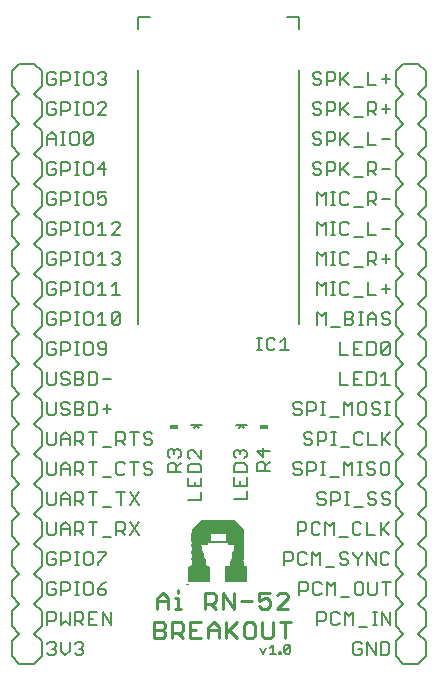
<source format=gto>
G75*
%MOIN*%
%OFA0B0*%
%FSLAX24Y24*%
%IPPOS*%
%LPD*%
%AMOC8*
5,1,8,0,0,1.08239X$1,22.5*
%
%ADD10C,0.0100*%
%ADD11C,0.0050*%
%ADD12C,0.0080*%
%ADD13R,0.0300X0.0180*%
%ADD14R,0.0674X0.0001*%
%ADD15R,0.0674X0.0001*%
%ADD16R,0.0687X0.0001*%
%ADD17R,0.0687X0.0001*%
%ADD18R,0.0695X0.0001*%
%ADD19R,0.0694X0.0001*%
%ADD20R,0.0701X0.0001*%
%ADD21R,0.0700X0.0001*%
%ADD22R,0.0705X0.0001*%
%ADD23R,0.0710X0.0001*%
%ADD24R,0.0709X0.0001*%
%ADD25R,0.0713X0.0001*%
%ADD26R,0.0717X0.0001*%
%ADD27R,0.0717X0.0001*%
%ADD28R,0.0720X0.0001*%
%ADD29R,0.0723X0.0001*%
%ADD30R,0.0726X0.0001*%
%ADD31R,0.0725X0.0001*%
%ADD32R,0.0729X0.0001*%
%ADD33R,0.0728X0.0001*%
%ADD34R,0.0731X0.0001*%
%ADD35R,0.0733X0.0001*%
%ADD36R,0.0735X0.0001*%
%ADD37R,0.0737X0.0001*%
%ADD38R,0.0737X0.0001*%
%ADD39R,0.0739X0.0001*%
%ADD40R,0.0741X0.0001*%
%ADD41R,0.0743X0.0001*%
%ADD42R,0.0745X0.0001*%
%ADD43R,0.0744X0.0001*%
%ADD44R,0.0746X0.0001*%
%ADD45R,0.0748X0.0001*%
%ADD46R,0.0747X0.0001*%
%ADD47R,0.0749X0.0001*%
%ADD48R,0.0751X0.0001*%
%ADD49R,0.0750X0.0001*%
%ADD50R,0.0753X0.0001*%
%ADD51R,0.0754X0.0001*%
%ADD52R,0.0755X0.0001*%
%ADD53R,0.0756X0.0001*%
%ADD54R,0.0757X0.0001*%
%ADD55R,0.0757X0.0001*%
%ADD56R,0.0758X0.0001*%
%ADD57R,0.0759X0.0001*%
%ADD58R,0.0761X0.0001*%
%ADD59R,0.0760X0.0001*%
%ADD60R,0.0762X0.0001*%
%ADD61R,0.0763X0.0001*%
%ADD62R,0.0764X0.0001*%
%ADD63R,0.0764X0.0001*%
%ADD64R,0.0765X0.0001*%
%ADD65R,0.0766X0.0001*%
%ADD66R,0.0752X0.0001*%
%ADD67R,0.0747X0.0001*%
%ADD68R,0.0742X0.0001*%
%ADD69R,0.0740X0.0001*%
%ADD70R,0.0738X0.0001*%
%ADD71R,0.0736X0.0001*%
%ADD72R,0.0734X0.0001*%
%ADD73R,0.0732X0.0001*%
%ADD74R,0.0727X0.0001*%
%ADD75R,0.0724X0.0001*%
%ADD76R,0.0721X0.0001*%
%ADD77R,0.0718X0.0001*%
%ADD78R,0.0714X0.0001*%
%ADD79R,0.0711X0.0001*%
%ADD80R,0.0730X0.0001*%
%ADD81R,0.0707X0.0001*%
%ADD82R,0.0702X0.0001*%
%ADD83R,0.0696X0.0001*%
%ADD84R,0.0690X0.0001*%
%ADD85R,0.0680X0.0001*%
%ADD86R,0.0516X0.0001*%
%ADD87R,0.0515X0.0001*%
%ADD88R,0.0514X0.0001*%
%ADD89R,0.0675X0.0001*%
%ADD90R,0.0479X0.0001*%
%ADD91R,0.0513X0.0001*%
%ADD92R,0.0478X0.0001*%
%ADD93R,0.0512X0.0001*%
%ADD94R,0.0511X0.0001*%
%ADD95R,0.0477X0.0001*%
%ADD96R,0.0510X0.0001*%
%ADD97R,0.0476X0.0001*%
%ADD98R,0.0509X0.0001*%
%ADD99R,0.0475X0.0001*%
%ADD100R,0.0508X0.0001*%
%ADD101R,0.0474X0.0001*%
%ADD102R,0.0507X0.0001*%
%ADD103R,0.0506X0.0001*%
%ADD104R,0.0473X0.0001*%
%ADD105R,0.0505X0.0001*%
%ADD106R,0.0472X0.0001*%
%ADD107R,0.0504X0.0001*%
%ADD108R,0.0471X0.0001*%
%ADD109R,0.0503X0.0001*%
%ADD110R,0.0470X0.0001*%
%ADD111R,0.0502X0.0001*%
%ADD112R,0.0469X0.0001*%
%ADD113R,0.0501X0.0001*%
%ADD114R,0.0500X0.0001*%
%ADD115R,0.0468X0.0001*%
%ADD116R,0.0499X0.0001*%
%ADD117R,0.0467X0.0001*%
%ADD118R,0.0498X0.0001*%
%ADD119R,0.0466X0.0001*%
%ADD120R,0.0497X0.0001*%
%ADD121R,0.0465X0.0001*%
%ADD122R,0.0496X0.0001*%
%ADD123R,0.0495X0.0001*%
%ADD124R,0.0464X0.0001*%
%ADD125R,0.0494X0.0001*%
%ADD126R,0.0463X0.0001*%
%ADD127R,0.0493X0.0001*%
%ADD128R,0.0462X0.0001*%
%ADD129R,0.0492X0.0001*%
%ADD130R,0.0461X0.0001*%
%ADD131R,0.0491X0.0001*%
%ADD132R,0.0490X0.0001*%
%ADD133R,0.0460X0.0001*%
%ADD134R,0.0489X0.0001*%
%ADD135R,0.0459X0.0001*%
%ADD136R,0.0488X0.0001*%
%ADD137R,0.0458X0.0001*%
%ADD138R,0.0487X0.0001*%
%ADD139R,0.0457X0.0001*%
%ADD140R,0.0486X0.0001*%
%ADD141R,0.0485X0.0001*%
%ADD142R,0.0456X0.0001*%
%ADD143R,0.0484X0.0001*%
%ADD144R,0.0455X0.0001*%
%ADD145R,0.0483X0.0001*%
%ADD146R,0.0454X0.0001*%
%ADD147R,0.0482X0.0001*%
%ADD148R,0.0453X0.0001*%
%ADD149R,0.0481X0.0001*%
%ADD150R,0.0452X0.0001*%
%ADD151R,0.0480X0.0001*%
%ADD152R,0.0451X0.0001*%
%ADD153R,0.0450X0.0001*%
%ADD154R,0.0449X0.0001*%
%ADD155R,0.0448X0.0001*%
%ADD156R,0.0447X0.0001*%
%ADD157R,0.0446X0.0001*%
%ADD158R,0.0445X0.0001*%
%ADD159R,0.0444X0.0001*%
%ADD160R,0.0443X0.0001*%
%ADD161R,0.0442X0.0001*%
%ADD162R,0.0441X0.0001*%
%ADD163R,0.0440X0.0001*%
%ADD164R,0.0439X0.0001*%
%ADD165R,0.0438X0.0001*%
%ADD166R,0.0437X0.0001*%
%ADD167R,0.0436X0.0001*%
%ADD168R,0.0435X0.0001*%
%ADD169R,0.0434X0.0001*%
%ADD170R,0.0433X0.0001*%
%ADD171R,0.0432X0.0001*%
%ADD172R,0.0431X0.0001*%
%ADD173R,0.0430X0.0001*%
%ADD174R,0.0429X0.0001*%
%ADD175R,0.0428X0.0001*%
%ADD176R,0.0427X0.0001*%
%ADD177R,0.0426X0.0001*%
%ADD178R,0.0425X0.0001*%
%ADD179R,0.0424X0.0001*%
%ADD180R,0.0423X0.0001*%
%ADD181R,0.0422X0.0001*%
%ADD182R,0.0421X0.0001*%
%ADD183R,0.0420X0.0001*%
%ADD184R,0.0419X0.0001*%
%ADD185R,0.0418X0.0001*%
%ADD186R,0.0417X0.0001*%
%ADD187R,0.0416X0.0001*%
%ADD188R,0.0415X0.0001*%
%ADD189R,0.0414X0.0001*%
%ADD190R,0.0413X0.0001*%
%ADD191R,0.0412X0.0001*%
%ADD192R,0.0411X0.0001*%
%ADD193R,0.0410X0.0001*%
%ADD194R,0.0409X0.0001*%
%ADD195R,0.0408X0.0001*%
%ADD196R,0.0407X0.0001*%
%ADD197R,0.0406X0.0001*%
%ADD198R,0.0405X0.0001*%
%ADD199R,0.0404X0.0001*%
%ADD200R,0.0403X0.0001*%
%ADD201R,0.0402X0.0001*%
%ADD202R,0.0401X0.0001*%
%ADD203R,0.0400X0.0001*%
%ADD204R,0.0399X0.0001*%
%ADD205R,0.0398X0.0001*%
%ADD206R,0.0397X0.0001*%
%ADD207R,0.0396X0.0001*%
%ADD208R,0.0395X0.0001*%
%ADD209R,0.0394X0.0001*%
%ADD210R,0.0393X0.0001*%
%ADD211R,0.0392X0.0001*%
%ADD212R,0.0391X0.0001*%
%ADD213R,0.0390X0.0001*%
%ADD214R,0.0389X0.0001*%
%ADD215R,0.0388X0.0001*%
%ADD216R,0.0387X0.0001*%
%ADD217R,0.0386X0.0001*%
%ADD218R,0.0385X0.0001*%
%ADD219R,0.0384X0.0001*%
%ADD220R,0.0383X0.0001*%
%ADD221R,0.0382X0.0001*%
%ADD222R,0.0381X0.0001*%
%ADD223R,0.0380X0.0001*%
%ADD224R,0.0379X0.0001*%
%ADD225R,0.0378X0.0001*%
%ADD226R,0.0377X0.0001*%
%ADD227R,0.0376X0.0001*%
%ADD228R,0.0375X0.0001*%
%ADD229R,0.0374X0.0001*%
%ADD230R,0.0373X0.0001*%
%ADD231R,0.0372X0.0001*%
%ADD232R,0.0371X0.0001*%
%ADD233R,0.0370X0.0001*%
%ADD234R,0.0369X0.0001*%
%ADD235R,0.0368X0.0001*%
%ADD236R,0.0367X0.0001*%
%ADD237R,0.0366X0.0001*%
%ADD238R,0.0365X0.0001*%
%ADD239R,0.0364X0.0001*%
%ADD240R,0.0363X0.0001*%
%ADD241R,0.0362X0.0001*%
%ADD242R,0.0361X0.0001*%
%ADD243R,0.0360X0.0001*%
%ADD244R,0.0359X0.0001*%
%ADD245R,0.0358X0.0001*%
%ADD246R,0.0357X0.0001*%
%ADD247R,0.0356X0.0001*%
%ADD248R,0.0355X0.0001*%
%ADD249R,0.0354X0.0001*%
%ADD250R,0.0353X0.0001*%
%ADD251R,0.0352X0.0001*%
%ADD252R,0.0351X0.0001*%
%ADD253R,0.0350X0.0001*%
%ADD254R,0.0349X0.0001*%
%ADD255R,0.0348X0.0001*%
%ADD256R,0.0347X0.0001*%
%ADD257R,0.0346X0.0001*%
%ADD258R,0.0345X0.0001*%
%ADD259R,0.0344X0.0001*%
%ADD260R,0.0343X0.0001*%
%ADD261R,0.0342X0.0001*%
%ADD262R,0.0341X0.0001*%
%ADD263R,0.0340X0.0001*%
%ADD264R,0.0339X0.0001*%
%ADD265R,0.0338X0.0001*%
%ADD266R,0.0337X0.0001*%
%ADD267R,0.0336X0.0001*%
%ADD268R,0.0335X0.0001*%
%ADD269R,0.0334X0.0001*%
%ADD270R,0.0333X0.0001*%
%ADD271R,0.0332X0.0001*%
%ADD272R,0.0331X0.0001*%
%ADD273R,0.0330X0.0001*%
%ADD274R,0.0329X0.0001*%
%ADD275R,0.0328X0.0001*%
%ADD276R,0.0327X0.0001*%
%ADD277R,0.0326X0.0001*%
%ADD278R,0.0325X0.0001*%
%ADD279R,0.0324X0.0001*%
%ADD280R,0.0323X0.0001*%
%ADD281R,0.0322X0.0001*%
%ADD282R,0.0321X0.0001*%
%ADD283R,0.0320X0.0001*%
%ADD284R,0.0319X0.0001*%
%ADD285R,0.0318X0.0001*%
%ADD286R,0.0317X0.0001*%
%ADD287R,0.0316X0.0001*%
%ADD288R,0.0315X0.0001*%
%ADD289R,0.0314X0.0001*%
%ADD290R,0.0313X0.0001*%
%ADD291R,0.0312X0.0001*%
%ADD292R,0.0311X0.0001*%
%ADD293R,0.0310X0.0001*%
%ADD294R,0.0309X0.0001*%
%ADD295R,0.0308X0.0001*%
%ADD296R,0.0307X0.0001*%
%ADD297R,0.0306X0.0001*%
%ADD298R,0.0305X0.0001*%
%ADD299R,0.0304X0.0001*%
%ADD300R,0.0303X0.0001*%
%ADD301R,0.0302X0.0001*%
%ADD302R,0.0301X0.0001*%
%ADD303R,0.0300X0.0001*%
%ADD304R,0.0299X0.0001*%
%ADD305R,0.0298X0.0001*%
%ADD306R,0.0297X0.0001*%
%ADD307R,0.0296X0.0001*%
%ADD308R,0.0519X0.0001*%
%ADD309R,0.1736X0.0001*%
%ADD310R,0.0643X0.0001*%
%ADD311R,0.0611X0.0001*%
%ADD312R,0.1735X0.0001*%
%ADD313R,0.1734X0.0001*%
%ADD314R,0.1733X0.0001*%
%ADD315R,0.1732X0.0001*%
%ADD316R,0.1731X0.0001*%
%ADD317R,0.1730X0.0001*%
%ADD318R,0.1729X0.0001*%
%ADD319R,0.1728X0.0001*%
%ADD320R,0.1727X0.0001*%
%ADD321R,0.1726X0.0001*%
%ADD322R,0.1725X0.0001*%
%ADD323R,0.1724X0.0001*%
%ADD324R,0.1723X0.0001*%
%ADD325R,0.1722X0.0001*%
%ADD326R,0.1720X0.0001*%
%ADD327R,0.1718X0.0001*%
%ADD328R,0.1716X0.0001*%
%ADD329R,0.1714X0.0001*%
%ADD330R,0.1712X0.0001*%
%ADD331R,0.1711X0.0001*%
%ADD332R,0.1710X0.0001*%
%ADD333R,0.1709X0.0001*%
%ADD334R,0.1708X0.0001*%
%ADD335R,0.1707X0.0001*%
%ADD336R,0.1706X0.0001*%
%ADD337R,0.1705X0.0001*%
%ADD338R,0.1704X0.0001*%
%ADD339R,0.1703X0.0001*%
%ADD340R,0.1702X0.0001*%
%ADD341R,0.1701X0.0001*%
%ADD342R,0.1700X0.0001*%
%ADD343R,0.1699X0.0001*%
%ADD344R,0.1698X0.0001*%
%ADD345R,0.1697X0.0001*%
%ADD346R,0.1696X0.0001*%
%ADD347R,0.1695X0.0001*%
%ADD348R,0.1694X0.0001*%
%ADD349R,0.1693X0.0001*%
%ADD350R,0.1692X0.0001*%
%ADD351R,0.1691X0.0001*%
%ADD352R,0.1690X0.0001*%
%ADD353R,0.1689X0.0001*%
%ADD354R,0.1687X0.0001*%
%ADD355R,0.1685X0.0001*%
%ADD356R,0.1682X0.0001*%
%ADD357R,0.1680X0.0001*%
%ADD358R,0.1678X0.0001*%
%ADD359R,0.1676X0.0001*%
%ADD360R,0.1674X0.0001*%
%ADD361R,0.1672X0.0001*%
%ADD362R,0.1670X0.0001*%
%ADD363R,0.1668X0.0001*%
%ADD364R,0.1666X0.0001*%
%ADD365R,0.1664X0.0001*%
%ADD366R,0.1662X0.0001*%
%ADD367R,0.1660X0.0001*%
%ADD368R,0.1658X0.0001*%
%ADD369R,0.1656X0.0001*%
%ADD370R,0.1654X0.0001*%
%ADD371R,0.1652X0.0001*%
%ADD372R,0.1650X0.0001*%
%ADD373R,0.1648X0.0001*%
%ADD374R,0.1646X0.0001*%
%ADD375R,0.1644X0.0001*%
%ADD376R,0.1642X0.0001*%
%ADD377R,0.1640X0.0001*%
%ADD378R,0.1638X0.0001*%
%ADD379R,0.1636X0.0001*%
%ADD380R,0.1634X0.0001*%
%ADD381R,0.1632X0.0001*%
%ADD382R,0.1630X0.0001*%
%ADD383R,0.1628X0.0001*%
%ADD384R,0.1626X0.0001*%
%ADD385R,0.1624X0.0001*%
%ADD386R,0.1622X0.0001*%
%ADD387R,0.1620X0.0001*%
%ADD388R,0.1617X0.0001*%
%ADD389R,0.1615X0.0001*%
%ADD390R,0.1613X0.0001*%
%ADD391R,0.1611X0.0001*%
%ADD392R,0.1609X0.0001*%
%ADD393R,0.1607X0.0001*%
%ADD394R,0.1605X0.0001*%
%ADD395R,0.1603X0.0001*%
%ADD396R,0.1601X0.0001*%
%ADD397R,0.1599X0.0001*%
%ADD398R,0.1597X0.0001*%
%ADD399R,0.1595X0.0001*%
%ADD400R,0.1593X0.0001*%
%ADD401R,0.1591X0.0001*%
%ADD402R,0.1589X0.0001*%
%ADD403R,0.1587X0.0001*%
%ADD404R,0.1585X0.0001*%
%ADD405R,0.1582X0.0001*%
%ADD406R,0.1580X0.0001*%
%ADD407R,0.1578X0.0001*%
%ADD408R,0.1576X0.0001*%
%ADD409R,0.1574X0.0001*%
%ADD410R,0.1572X0.0001*%
%ADD411R,0.1570X0.0001*%
%ADD412R,0.1568X0.0001*%
%ADD413R,0.1566X0.0001*%
%ADD414R,0.1564X0.0001*%
%ADD415R,0.1562X0.0001*%
%ADD416R,0.1560X0.0001*%
%ADD417R,0.1558X0.0001*%
%ADD418R,0.1556X0.0001*%
%ADD419R,0.1554X0.0001*%
%ADD420R,0.1552X0.0001*%
%ADD421R,0.1550X0.0001*%
%ADD422R,0.1548X0.0001*%
%ADD423R,0.1546X0.0001*%
%ADD424R,0.1544X0.0001*%
%ADD425R,0.1542X0.0001*%
%ADD426R,0.1540X0.0001*%
%ADD427R,0.1538X0.0001*%
%ADD428R,0.1536X0.0001*%
%ADD429R,0.1534X0.0001*%
%ADD430R,0.1532X0.0001*%
%ADD431R,0.1530X0.0001*%
%ADD432R,0.1528X0.0001*%
%ADD433R,0.1526X0.0001*%
%ADD434R,0.1524X0.0001*%
%ADD435R,0.1522X0.0001*%
%ADD436R,0.1520X0.0001*%
%ADD437R,0.1517X0.0001*%
%ADD438R,0.1515X0.0001*%
%ADD439R,0.1513X0.0001*%
%ADD440R,0.1511X0.0001*%
%ADD441R,0.1509X0.0001*%
%ADD442R,0.1507X0.0001*%
%ADD443R,0.1505X0.0001*%
%ADD444R,0.1503X0.0001*%
%ADD445R,0.1501X0.0001*%
%ADD446R,0.1499X0.0001*%
%ADD447R,0.1497X0.0001*%
%ADD448R,0.1495X0.0001*%
%ADD449R,0.1493X0.0001*%
%ADD450R,0.1491X0.0001*%
%ADD451R,0.1489X0.0001*%
%ADD452R,0.1487X0.0001*%
%ADD453R,0.1485X0.0001*%
%ADD454R,0.1482X0.0001*%
%ADD455R,0.1480X0.0001*%
%ADD456R,0.1478X0.0001*%
%ADD457R,0.1476X0.0001*%
%ADD458R,0.1474X0.0001*%
%ADD459R,0.1472X0.0001*%
%ADD460R,0.1470X0.0001*%
%ADD461R,0.1468X0.0001*%
%ADD462R,0.1466X0.0001*%
%ADD463R,0.1464X0.0001*%
%ADD464R,0.1462X0.0001*%
%ADD465R,0.1460X0.0001*%
%ADD466R,0.1458X0.0001*%
%ADD467R,0.1456X0.0001*%
%ADD468R,0.1454X0.0001*%
%ADD469R,0.1452X0.0001*%
%ADD470R,0.1450X0.0001*%
%ADD471R,0.1448X0.0001*%
%ADD472R,0.1446X0.0001*%
%ADD473R,0.1444X0.0001*%
%ADD474R,0.1442X0.0001*%
%ADD475R,0.1440X0.0001*%
%ADD476R,0.1438X0.0001*%
%ADD477R,0.1436X0.0001*%
%ADD478R,0.1434X0.0001*%
%ADD479R,0.1432X0.0001*%
%ADD480R,0.1430X0.0001*%
%ADD481R,0.1428X0.0001*%
%ADD482R,0.1426X0.0001*%
%ADD483R,0.1424X0.0001*%
%ADD484R,0.1422X0.0001*%
%ADD485R,0.1420X0.0001*%
%ADD486R,0.1418X0.0001*%
%ADD487R,0.1415X0.0001*%
%ADD488R,0.1413X0.0001*%
%ADD489R,0.1411X0.0001*%
%ADD490R,0.1409X0.0001*%
%ADD491R,0.1407X0.0001*%
%ADD492R,0.1405X0.0001*%
%ADD493R,0.1403X0.0001*%
%ADD494R,0.1401X0.0001*%
%ADD495R,0.1399X0.0001*%
%ADD496R,0.1397X0.0001*%
%ADD497R,0.1395X0.0001*%
%ADD498R,0.1393X0.0001*%
%ADD499R,0.1391X0.0001*%
%ADD500R,0.1389X0.0001*%
%ADD501R,0.1387X0.0001*%
%ADD502R,0.1384X0.0001*%
%ADD503R,0.1382X0.0001*%
%ADD504R,0.1380X0.0001*%
%ADD505R,0.1378X0.0001*%
%ADD506R,0.1376X0.0001*%
%ADD507R,0.1374X0.0001*%
%ADD508R,0.1372X0.0001*%
%ADD509R,0.1370X0.0001*%
%ADD510R,0.1368X0.0001*%
%ADD511R,0.1366X0.0001*%
%ADD512R,0.1364X0.0001*%
%ADD513R,0.1362X0.0001*%
%ADD514R,0.1360X0.0001*%
%ADD515R,0.1358X0.0001*%
%ADD516R,0.1356X0.0001*%
%ADD517R,0.1354X0.0001*%
%ADD518R,0.1352X0.0001*%
%ADD519R,0.1350X0.0001*%
%ADD520R,0.1348X0.0001*%
%ADD521R,0.1346X0.0001*%
%ADD522R,0.1344X0.0001*%
%ADD523R,0.1342X0.0001*%
%ADD524R,0.1340X0.0001*%
%ADD525R,0.1338X0.0001*%
%ADD526R,0.1336X0.0001*%
%ADD527R,0.1334X0.0001*%
%ADD528R,0.1332X0.0001*%
%ADD529R,0.1330X0.0001*%
%ADD530R,0.1328X0.0001*%
%ADD531R,0.1326X0.0001*%
%ADD532R,0.1324X0.0001*%
%ADD533R,0.1322X0.0001*%
%ADD534R,0.1320X0.0001*%
%ADD535R,0.1318X0.0001*%
%ADD536R,0.1315X0.0001*%
%ADD537R,0.1313X0.0001*%
%ADD538R,0.1311X0.0001*%
%ADD539R,0.1309X0.0001*%
%ADD540R,0.1307X0.0001*%
%ADD541R,0.1305X0.0001*%
%ADD542R,0.1303X0.0001*%
%ADD543R,0.1301X0.0001*%
%ADD544R,0.1299X0.0001*%
%ADD545R,0.1297X0.0001*%
%ADD546R,0.1295X0.0001*%
%ADD547R,0.1293X0.0001*%
%ADD548R,0.1291X0.0001*%
%ADD549R,0.1289X0.0001*%
%ADD550R,0.1287X0.0001*%
%ADD551R,0.1284X0.0001*%
%ADD552R,0.1282X0.0001*%
%ADD553R,0.1280X0.0001*%
%ADD554R,0.1278X0.0001*%
%ADD555R,0.1276X0.0001*%
%ADD556R,0.1274X0.0001*%
%ADD557R,0.1272X0.0001*%
%ADD558R,0.1270X0.0001*%
%ADD559R,0.1268X0.0001*%
%ADD560R,0.1266X0.0001*%
%ADD561R,0.1264X0.0001*%
%ADD562R,0.1262X0.0001*%
%ADD563R,0.1260X0.0001*%
%ADD564R,0.1258X0.0001*%
%ADD565R,0.1256X0.0001*%
%ADD566R,0.1254X0.0001*%
%ADD567R,0.1252X0.0001*%
%ADD568R,0.1250X0.0001*%
%ADD569R,0.1248X0.0001*%
%ADD570R,0.1246X0.0001*%
%ADD571R,0.1244X0.0001*%
%ADD572R,0.1242X0.0001*%
%ADD573R,0.1240X0.0001*%
%ADD574R,0.1238X0.0001*%
%ADD575R,0.1236X0.0001*%
%ADD576R,0.1234X0.0001*%
%ADD577R,0.1232X0.0001*%
%ADD578R,0.1230X0.0001*%
%ADD579R,0.1228X0.0001*%
%ADD580R,0.1226X0.0001*%
%ADD581R,0.1224X0.0001*%
%ADD582R,0.1222X0.0001*%
%ADD583R,0.1220X0.0001*%
%ADD584R,0.1218X0.0001*%
%ADD585R,0.1215X0.0001*%
%ADD586R,0.1213X0.0001*%
%ADD587R,0.1211X0.0001*%
%ADD588R,0.1209X0.0001*%
%ADD589R,0.1207X0.0001*%
%ADD590R,0.1205X0.0001*%
%ADD591R,0.1203X0.0001*%
%ADD592R,0.1201X0.0001*%
%ADD593R,0.1199X0.0001*%
%ADD594R,0.1197X0.0001*%
%ADD595R,0.1195X0.0001*%
%ADD596R,0.1193X0.0001*%
%ADD597R,0.1191X0.0001*%
%ADD598R,0.1189X0.0001*%
%ADD599R,0.1187X0.0001*%
%ADD600R,0.1184X0.0001*%
%ADD601R,0.1182X0.0001*%
%ADD602R,0.1180X0.0001*%
%ADD603R,0.1178X0.0001*%
%ADD604R,0.1176X0.0001*%
%ADD605R,0.1174X0.0001*%
%ADD606R,0.1172X0.0001*%
%ADD607R,0.1170X0.0001*%
%ADD608R,0.1168X0.0001*%
%ADD609R,0.1166X0.0001*%
%ADD610R,0.1164X0.0001*%
%ADD611R,0.1162X0.0001*%
%ADD612R,0.1160X0.0001*%
%ADD613R,0.1158X0.0001*%
%ADD614R,0.1156X0.0001*%
%ADD615R,0.1154X0.0001*%
%ADD616R,0.1152X0.0001*%
%ADD617R,0.1150X0.0001*%
%ADD618R,0.1148X0.0001*%
%ADD619R,0.1146X0.0001*%
%ADD620R,0.1142X0.0001*%
%ADD621R,0.1136X0.0001*%
%ADD622R,0.1131X0.0001*%
%ADD623R,0.1126X0.0001*%
%ADD624R,0.1120X0.0001*%
%ADD625R,0.1114X0.0001*%
%ADD626R,0.1108X0.0001*%
%ADD627R,0.1102X0.0001*%
%ADD628R,0.1095X0.0001*%
%ADD629R,0.1089X0.0001*%
%ADD630R,0.1083X0.0001*%
%ADD631R,0.1075X0.0001*%
%ADD632R,0.1067X0.0001*%
%ADD633R,0.1060X0.0001*%
%ADD634R,0.1052X0.0001*%
%ADD635R,0.1044X0.0001*%
%ADD636R,0.1036X0.0001*%
%ADD637R,0.1026X0.0001*%
%ADD638R,0.1016X0.0001*%
%ADD639R,0.1005X0.0001*%
%ADD640R,0.0993X0.0001*%
%ADD641R,0.0977X0.0001*%
%ADD642R,0.0954X0.0001*%
%ADD643C,0.0000*%
D10*
X005006Y001088D02*
X005281Y001088D01*
X005373Y001179D01*
X005373Y001271D01*
X005281Y001363D01*
X005006Y001363D01*
X005006Y001638D02*
X005281Y001638D01*
X005373Y001546D01*
X005373Y001454D01*
X005281Y001363D01*
X005006Y001088D02*
X005006Y001638D01*
X005106Y002063D02*
X005106Y002429D01*
X005289Y002613D01*
X005473Y002429D01*
X005473Y002063D01*
X005704Y002063D02*
X005888Y002063D01*
X005796Y002063D02*
X005796Y002429D01*
X005704Y002429D01*
X005796Y002613D02*
X005796Y002705D01*
X005473Y002338D02*
X005106Y002338D01*
X005604Y001638D02*
X005880Y001638D01*
X005971Y001546D01*
X005971Y001363D01*
X005880Y001271D01*
X005604Y001271D01*
X005604Y001088D02*
X005604Y001638D01*
X005788Y001271D02*
X005971Y001088D01*
X006203Y001088D02*
X006570Y001088D01*
X006801Y001088D02*
X006801Y001454D01*
X006985Y001638D01*
X007168Y001454D01*
X007168Y001088D01*
X007400Y001088D02*
X007400Y001638D01*
X007492Y001363D02*
X007767Y001088D01*
X007999Y001179D02*
X008090Y001088D01*
X008274Y001088D01*
X008365Y001179D01*
X008365Y001546D01*
X008274Y001638D01*
X008090Y001638D01*
X007999Y001546D01*
X007999Y001179D01*
X007767Y001638D02*
X007400Y001271D01*
X007168Y001363D02*
X006801Y001363D01*
X006570Y001638D02*
X006203Y001638D01*
X006203Y001088D01*
X006203Y001363D02*
X006386Y001363D01*
X006702Y002063D02*
X006702Y002613D01*
X006977Y002613D01*
X007069Y002521D01*
X007069Y002338D01*
X006977Y002246D01*
X006702Y002246D01*
X006885Y002246D02*
X007069Y002063D01*
X007300Y002063D02*
X007300Y002613D01*
X007667Y002063D01*
X007667Y002613D01*
X007899Y002338D02*
X008266Y002338D01*
X008497Y002338D02*
X008681Y002429D01*
X008773Y002429D01*
X008864Y002338D01*
X008864Y002154D01*
X008773Y002063D01*
X008589Y002063D01*
X008497Y002154D01*
X008497Y002338D02*
X008497Y002613D01*
X008864Y002613D01*
X009096Y002521D02*
X009188Y002613D01*
X009371Y002613D01*
X009463Y002521D01*
X009463Y002429D01*
X009096Y002063D01*
X009463Y002063D01*
X009379Y001638D02*
X009379Y001088D01*
X008964Y001179D02*
X008964Y001638D01*
X009196Y001638D02*
X009563Y001638D01*
X008964Y001179D02*
X008872Y001088D01*
X008689Y001088D01*
X008597Y001179D01*
X008597Y001638D01*
D11*
X008947Y000875D02*
X008847Y000775D01*
X008725Y000775D02*
X008625Y000575D01*
X008525Y000775D01*
X008847Y000575D02*
X009047Y000575D01*
X008947Y000575D02*
X008947Y000875D01*
X009170Y000625D02*
X009220Y000625D01*
X009220Y000575D01*
X009170Y000575D01*
X009170Y000625D01*
X009331Y000625D02*
X009331Y000825D01*
X009381Y000875D01*
X009481Y000875D01*
X009531Y000825D01*
X009331Y000625D01*
X009381Y000575D01*
X009481Y000575D01*
X009531Y000625D01*
X009531Y000825D01*
X009827Y011556D02*
X009827Y020020D01*
X004473Y020020D02*
X004473Y011556D01*
D12*
X000250Y001000D02*
X000250Y000500D01*
X000500Y000250D01*
X001000Y000250D01*
X001250Y000500D01*
X001250Y001000D01*
X001000Y001250D01*
X001250Y001500D01*
X001250Y002000D01*
X001000Y002250D01*
X001250Y002500D01*
X001250Y003000D01*
X001000Y003250D01*
X001250Y003500D01*
X001250Y004000D01*
X001000Y004250D01*
X001250Y004500D01*
X001250Y005000D01*
X001000Y005250D01*
X001250Y005500D01*
X001250Y006000D01*
X001000Y006250D01*
X001250Y006500D01*
X001250Y007000D01*
X001000Y007250D01*
X001250Y007500D01*
X001250Y008000D01*
X001000Y008250D01*
X001250Y008500D01*
X001250Y009000D01*
X001000Y009250D01*
X001250Y009500D01*
X001250Y010000D01*
X001000Y010250D01*
X001250Y010500D01*
X001250Y011000D01*
X001000Y011250D01*
X001250Y011500D01*
X001250Y012000D01*
X001000Y012250D01*
X001250Y012500D01*
X001250Y013000D01*
X001000Y013250D01*
X001250Y013500D01*
X001250Y014000D01*
X001000Y014250D01*
X001250Y014500D01*
X001250Y015000D01*
X001000Y015250D01*
X001250Y015500D01*
X001250Y016000D01*
X001000Y016250D01*
X001250Y016500D01*
X001250Y017000D01*
X001000Y017250D01*
X001250Y017500D01*
X001250Y018000D01*
X001000Y018250D01*
X001250Y018500D01*
X001250Y019000D01*
X001000Y019250D01*
X001250Y019500D01*
X001250Y020000D01*
X001000Y020250D01*
X000500Y020250D01*
X000250Y020000D01*
X000250Y019500D01*
X000500Y019250D01*
X000250Y019000D01*
X000250Y018500D01*
X000500Y018250D01*
X000250Y018000D01*
X000250Y017500D01*
X000500Y017250D01*
X000250Y017000D01*
X000250Y016500D01*
X000500Y016250D01*
X000250Y016000D01*
X000250Y015500D01*
X000500Y015250D01*
X000250Y015000D01*
X000250Y014500D01*
X000500Y014250D01*
X000250Y014000D01*
X000250Y013500D01*
X000500Y013250D01*
X000250Y013000D01*
X000250Y012500D01*
X000500Y012250D01*
X000250Y012000D01*
X000250Y011500D01*
X000500Y011250D01*
X000250Y011000D01*
X000250Y010500D01*
X000500Y010250D01*
X000250Y010000D01*
X000250Y009500D01*
X000500Y009250D01*
X000250Y009000D01*
X000250Y008500D01*
X000500Y008250D01*
X000250Y008000D01*
X000250Y007500D01*
X000500Y007250D01*
X000250Y007000D01*
X000250Y006500D01*
X000500Y006250D01*
X000250Y006000D01*
X000250Y005500D01*
X000500Y005250D01*
X000250Y005000D01*
X000250Y004500D01*
X000500Y004250D01*
X000250Y004000D01*
X000250Y003500D01*
X000500Y003250D01*
X000250Y003000D01*
X000250Y002500D01*
X000500Y002250D01*
X000250Y002000D01*
X000250Y001500D01*
X000500Y001250D01*
X000250Y001000D01*
X001440Y000890D02*
X001510Y000960D01*
X001650Y000960D01*
X001720Y000890D01*
X001720Y000820D01*
X001650Y000750D01*
X001720Y000680D01*
X001720Y000610D01*
X001650Y000540D01*
X001510Y000540D01*
X001440Y000610D01*
X001580Y000750D02*
X001650Y000750D01*
X001900Y000680D02*
X002041Y000540D01*
X002181Y000680D01*
X002181Y000960D01*
X002361Y000890D02*
X002431Y000960D01*
X002571Y000960D01*
X002641Y000890D01*
X002641Y000820D01*
X002571Y000750D01*
X002641Y000680D01*
X002641Y000610D01*
X002571Y000540D01*
X002431Y000540D01*
X002361Y000610D01*
X002501Y000750D02*
X002571Y000750D01*
X001900Y000680D02*
X001900Y000960D01*
X001900Y001540D02*
X002041Y001680D01*
X002181Y001540D01*
X002181Y001960D01*
X002361Y001960D02*
X002361Y001540D01*
X002361Y001680D02*
X002571Y001680D01*
X002641Y001750D01*
X002641Y001890D01*
X002571Y001960D01*
X002361Y001960D01*
X002501Y001680D02*
X002641Y001540D01*
X002821Y001540D02*
X002821Y001960D01*
X003101Y001960D01*
X003282Y001960D02*
X003282Y001540D01*
X003101Y001540D02*
X002821Y001540D01*
X002821Y001750D02*
X002961Y001750D01*
X003282Y001960D02*
X003562Y001540D01*
X003562Y001960D01*
X003338Y002540D02*
X003198Y002540D01*
X003128Y002610D01*
X003128Y002750D01*
X003338Y002750D01*
X003408Y002680D01*
X003408Y002610D01*
X003338Y002540D01*
X003128Y002750D02*
X003268Y002890D01*
X003408Y002960D01*
X002948Y002890D02*
X002948Y002610D01*
X002878Y002540D01*
X002738Y002540D01*
X002668Y002610D01*
X002668Y002890D01*
X002738Y002960D01*
X002878Y002960D01*
X002948Y002890D01*
X002501Y002960D02*
X002361Y002960D01*
X002431Y002960D02*
X002431Y002540D01*
X002361Y002540D02*
X002501Y002540D01*
X002181Y002750D02*
X002181Y002890D01*
X002111Y002960D01*
X001900Y002960D01*
X001900Y002540D01*
X001900Y002680D02*
X002111Y002680D01*
X002181Y002750D01*
X001720Y002750D02*
X001720Y002610D01*
X001650Y002540D01*
X001510Y002540D01*
X001440Y002610D01*
X001440Y002890D01*
X001510Y002960D01*
X001650Y002960D01*
X001720Y002890D01*
X001720Y002750D02*
X001580Y002750D01*
X001650Y001960D02*
X001440Y001960D01*
X001440Y001540D01*
X001440Y001680D02*
X001650Y001680D01*
X001720Y001750D01*
X001720Y001890D01*
X001650Y001960D01*
X001900Y001960D02*
X001900Y001540D01*
X001900Y003540D02*
X001900Y003960D01*
X002111Y003960D01*
X002181Y003890D01*
X002181Y003750D01*
X002111Y003680D01*
X001900Y003680D01*
X001720Y003610D02*
X001720Y003750D01*
X001580Y003750D01*
X001440Y003610D02*
X001510Y003540D01*
X001650Y003540D01*
X001720Y003610D01*
X001720Y003890D02*
X001650Y003960D01*
X001510Y003960D01*
X001440Y003890D01*
X001440Y003610D01*
X001510Y004540D02*
X001650Y004540D01*
X001720Y004610D01*
X001720Y004960D01*
X001900Y004820D02*
X002041Y004960D01*
X002181Y004820D01*
X002181Y004540D01*
X002361Y004540D02*
X002361Y004960D01*
X002571Y004960D01*
X002641Y004890D01*
X002641Y004750D01*
X002571Y004680D01*
X002361Y004680D01*
X002501Y004680D02*
X002641Y004540D01*
X002961Y004540D02*
X002961Y004960D01*
X002821Y004960D02*
X003101Y004960D01*
X003282Y004470D02*
X003562Y004470D01*
X003742Y004540D02*
X003742Y004960D01*
X003952Y004960D01*
X004022Y004890D01*
X004022Y004750D01*
X003952Y004680D01*
X003742Y004680D01*
X003882Y004680D02*
X004022Y004540D01*
X004202Y004540D02*
X004483Y004960D01*
X004202Y004960D02*
X004483Y004540D01*
X004483Y005540D02*
X004202Y005960D01*
X004022Y005960D02*
X003742Y005960D01*
X003882Y005960D02*
X003882Y005540D01*
X004202Y005540D02*
X004483Y005960D01*
X004342Y006540D02*
X004342Y006960D01*
X004202Y006960D02*
X004483Y006960D01*
X004663Y006890D02*
X004663Y006820D01*
X004733Y006750D01*
X004873Y006750D01*
X004943Y006680D01*
X004943Y006610D01*
X004873Y006540D01*
X004733Y006540D01*
X004663Y006610D01*
X004663Y006890D02*
X004733Y006960D01*
X004873Y006960D01*
X004943Y006890D01*
X004873Y007540D02*
X004733Y007540D01*
X004663Y007610D01*
X004733Y007750D02*
X004663Y007820D01*
X004663Y007890D01*
X004733Y007960D01*
X004873Y007960D01*
X004943Y007890D01*
X004873Y007750D02*
X004943Y007680D01*
X004943Y007610D01*
X004873Y007540D01*
X004873Y007750D02*
X004733Y007750D01*
X004483Y007960D02*
X004202Y007960D01*
X004342Y007960D02*
X004342Y007540D01*
X004022Y007540D02*
X003882Y007680D01*
X003952Y007680D02*
X003742Y007680D01*
X003742Y007540D02*
X003742Y007960D01*
X003952Y007960D01*
X004022Y007890D01*
X004022Y007750D01*
X003952Y007680D01*
X003562Y007470D02*
X003282Y007470D01*
X002961Y007540D02*
X002961Y007960D01*
X002821Y007960D02*
X003101Y007960D01*
X003031Y008540D02*
X002821Y008540D01*
X002821Y008960D01*
X003031Y008960D01*
X003101Y008890D01*
X003101Y008610D01*
X003031Y008540D01*
X003282Y008750D02*
X003562Y008750D01*
X003422Y008890D02*
X003422Y008610D01*
X003031Y009540D02*
X002821Y009540D01*
X002821Y009960D01*
X003031Y009960D01*
X003101Y009890D01*
X003101Y009610D01*
X003031Y009540D01*
X003282Y009750D02*
X003562Y009750D01*
X003338Y010540D02*
X003198Y010540D01*
X003128Y010610D01*
X003198Y010750D02*
X003128Y010820D01*
X003128Y010890D01*
X003198Y010960D01*
X003338Y010960D01*
X003408Y010890D01*
X003408Y010610D01*
X003338Y010540D01*
X003408Y010750D02*
X003198Y010750D01*
X002948Y010610D02*
X002948Y010890D01*
X002878Y010960D01*
X002738Y010960D01*
X002668Y010890D01*
X002668Y010610D01*
X002738Y010540D01*
X002878Y010540D01*
X002948Y010610D01*
X002501Y010540D02*
X002361Y010540D01*
X002431Y010540D02*
X002431Y010960D01*
X002361Y010960D02*
X002501Y010960D01*
X002181Y010890D02*
X002181Y010750D01*
X002111Y010680D01*
X001900Y010680D01*
X001900Y010540D02*
X001900Y010960D01*
X002111Y010960D01*
X002181Y010890D01*
X001720Y010890D02*
X001650Y010960D01*
X001510Y010960D01*
X001440Y010890D01*
X001440Y010610D01*
X001510Y010540D01*
X001650Y010540D01*
X001720Y010610D01*
X001720Y010750D01*
X001580Y010750D01*
X001510Y011540D02*
X001650Y011540D01*
X001720Y011610D01*
X001720Y011750D01*
X001580Y011750D01*
X001440Y011610D02*
X001510Y011540D01*
X001440Y011610D02*
X001440Y011890D01*
X001510Y011960D01*
X001650Y011960D01*
X001720Y011890D01*
X001900Y011960D02*
X002111Y011960D01*
X002181Y011890D01*
X002181Y011750D01*
X002111Y011680D01*
X001900Y011680D01*
X001900Y011540D02*
X001900Y011960D01*
X002361Y011960D02*
X002501Y011960D01*
X002431Y011960D02*
X002431Y011540D01*
X002361Y011540D02*
X002501Y011540D01*
X002668Y011610D02*
X002738Y011540D01*
X002878Y011540D01*
X002948Y011610D01*
X002948Y011890D01*
X002878Y011960D01*
X002738Y011960D01*
X002668Y011890D01*
X002668Y011610D01*
X003128Y011540D02*
X003408Y011540D01*
X003268Y011540D02*
X003268Y011960D01*
X003128Y011820D01*
X003588Y011890D02*
X003588Y011610D01*
X003869Y011890D01*
X003869Y011610D01*
X003799Y011540D01*
X003659Y011540D01*
X003588Y011610D01*
X003588Y011890D02*
X003659Y011960D01*
X003799Y011960D01*
X003869Y011890D01*
X003869Y012540D02*
X003588Y012540D01*
X003729Y012540D02*
X003729Y012960D01*
X003588Y012820D01*
X003408Y012540D02*
X003128Y012540D01*
X003268Y012540D02*
X003268Y012960D01*
X003128Y012820D01*
X002948Y012890D02*
X002948Y012610D01*
X002878Y012540D01*
X002738Y012540D01*
X002668Y012610D01*
X002668Y012890D01*
X002738Y012960D01*
X002878Y012960D01*
X002948Y012890D01*
X002501Y012960D02*
X002361Y012960D01*
X002431Y012960D02*
X002431Y012540D01*
X002361Y012540D02*
X002501Y012540D01*
X002181Y012750D02*
X002111Y012680D01*
X001900Y012680D01*
X001900Y012540D02*
X001900Y012960D01*
X002111Y012960D01*
X002181Y012890D01*
X002181Y012750D01*
X001720Y012750D02*
X001720Y012610D01*
X001650Y012540D01*
X001510Y012540D01*
X001440Y012610D01*
X001440Y012890D01*
X001510Y012960D01*
X001650Y012960D01*
X001720Y012890D01*
X001720Y012750D02*
X001580Y012750D01*
X001510Y013540D02*
X001650Y013540D01*
X001720Y013610D01*
X001720Y013750D01*
X001580Y013750D01*
X001440Y013610D02*
X001510Y013540D01*
X001440Y013610D02*
X001440Y013890D01*
X001510Y013960D01*
X001650Y013960D01*
X001720Y013890D01*
X001900Y013960D02*
X002111Y013960D01*
X002181Y013890D01*
X002181Y013750D01*
X002111Y013680D01*
X001900Y013680D01*
X001900Y013540D02*
X001900Y013960D01*
X002361Y013960D02*
X002501Y013960D01*
X002431Y013960D02*
X002431Y013540D01*
X002361Y013540D02*
X002501Y013540D01*
X002668Y013610D02*
X002738Y013540D01*
X002878Y013540D01*
X002948Y013610D01*
X002948Y013890D01*
X002878Y013960D01*
X002738Y013960D01*
X002668Y013890D01*
X002668Y013610D01*
X003128Y013540D02*
X003408Y013540D01*
X003268Y013540D02*
X003268Y013960D01*
X003128Y013820D01*
X003128Y014540D02*
X003408Y014540D01*
X003268Y014540D02*
X003268Y014960D01*
X003128Y014820D01*
X002948Y014890D02*
X002948Y014610D01*
X002878Y014540D01*
X002738Y014540D01*
X002668Y014610D01*
X002668Y014890D01*
X002738Y014960D01*
X002878Y014960D01*
X002948Y014890D01*
X002501Y014960D02*
X002361Y014960D01*
X002431Y014960D02*
X002431Y014540D01*
X002361Y014540D02*
X002501Y014540D01*
X002181Y014750D02*
X002111Y014680D01*
X001900Y014680D01*
X001900Y014540D02*
X001900Y014960D01*
X002111Y014960D01*
X002181Y014890D01*
X002181Y014750D01*
X001720Y014750D02*
X001720Y014610D01*
X001650Y014540D01*
X001510Y014540D01*
X001440Y014610D01*
X001440Y014890D01*
X001510Y014960D01*
X001650Y014960D01*
X001720Y014890D01*
X001720Y014750D02*
X001580Y014750D01*
X001510Y015540D02*
X001650Y015540D01*
X001720Y015610D01*
X001720Y015750D01*
X001580Y015750D01*
X001440Y015610D02*
X001510Y015540D01*
X001440Y015610D02*
X001440Y015890D01*
X001510Y015960D01*
X001650Y015960D01*
X001720Y015890D01*
X001900Y015960D02*
X002111Y015960D01*
X002181Y015890D01*
X002181Y015750D01*
X002111Y015680D01*
X001900Y015680D01*
X001900Y015540D02*
X001900Y015960D01*
X002361Y015960D02*
X002501Y015960D01*
X002431Y015960D02*
X002431Y015540D01*
X002361Y015540D02*
X002501Y015540D01*
X002668Y015610D02*
X002738Y015540D01*
X002878Y015540D01*
X002948Y015610D01*
X002948Y015890D01*
X002878Y015960D01*
X002738Y015960D01*
X002668Y015890D01*
X002668Y015610D01*
X003128Y015610D02*
X003198Y015540D01*
X003338Y015540D01*
X003408Y015610D01*
X003408Y015750D01*
X003338Y015820D01*
X003268Y015820D01*
X003128Y015750D01*
X003128Y015960D01*
X003408Y015960D01*
X003338Y016540D02*
X003338Y016960D01*
X003128Y016750D01*
X003408Y016750D01*
X002948Y016610D02*
X002948Y016890D01*
X002878Y016960D01*
X002738Y016960D01*
X002668Y016890D01*
X002668Y016610D01*
X002738Y016540D01*
X002878Y016540D01*
X002948Y016610D01*
X002501Y016540D02*
X002361Y016540D01*
X002431Y016540D02*
X002431Y016960D01*
X002361Y016960D02*
X002501Y016960D01*
X002181Y016890D02*
X002181Y016750D01*
X002111Y016680D01*
X001900Y016680D01*
X001900Y016540D02*
X001900Y016960D01*
X002111Y016960D01*
X002181Y016890D01*
X002277Y017540D02*
X002418Y017540D01*
X002488Y017610D01*
X002488Y017890D01*
X002418Y017960D01*
X002277Y017960D01*
X002207Y017890D01*
X002207Y017610D01*
X002277Y017540D01*
X002041Y017540D02*
X001900Y017540D01*
X001970Y017540D02*
X001970Y017960D01*
X001900Y017960D02*
X002041Y017960D01*
X001720Y017820D02*
X001720Y017540D01*
X001720Y017750D02*
X001440Y017750D01*
X001440Y017820D02*
X001440Y017540D01*
X001440Y017820D02*
X001580Y017960D01*
X001720Y017820D01*
X001650Y018540D02*
X001510Y018540D01*
X001440Y018610D01*
X001440Y018890D01*
X001510Y018960D01*
X001650Y018960D01*
X001720Y018890D01*
X001720Y018750D02*
X001580Y018750D01*
X001720Y018750D02*
X001720Y018610D01*
X001650Y018540D01*
X001900Y018540D02*
X001900Y018960D01*
X002111Y018960D01*
X002181Y018890D01*
X002181Y018750D01*
X002111Y018680D01*
X001900Y018680D01*
X002361Y018540D02*
X002501Y018540D01*
X002431Y018540D02*
X002431Y018960D01*
X002361Y018960D02*
X002501Y018960D01*
X002668Y018890D02*
X002668Y018610D01*
X002738Y018540D01*
X002878Y018540D01*
X002948Y018610D01*
X002948Y018890D01*
X002878Y018960D01*
X002738Y018960D01*
X002668Y018890D01*
X003128Y018890D02*
X003198Y018960D01*
X003338Y018960D01*
X003408Y018890D01*
X003408Y018820D01*
X003128Y018540D01*
X003408Y018540D01*
X002878Y017960D02*
X002948Y017890D01*
X002668Y017610D01*
X002738Y017540D01*
X002878Y017540D01*
X002948Y017610D01*
X002948Y017890D01*
X002878Y017960D02*
X002738Y017960D01*
X002668Y017890D01*
X002668Y017610D01*
X001720Y016890D02*
X001650Y016960D01*
X001510Y016960D01*
X001440Y016890D01*
X001440Y016610D01*
X001510Y016540D01*
X001650Y016540D01*
X001720Y016610D01*
X001720Y016750D01*
X001580Y016750D01*
X001510Y019540D02*
X001650Y019540D01*
X001720Y019610D01*
X001720Y019750D01*
X001580Y019750D01*
X001440Y019610D02*
X001510Y019540D01*
X001440Y019610D02*
X001440Y019890D01*
X001510Y019960D01*
X001650Y019960D01*
X001720Y019890D01*
X001900Y019960D02*
X001900Y019540D01*
X001900Y019680D02*
X002111Y019680D01*
X002181Y019750D01*
X002181Y019890D01*
X002111Y019960D01*
X001900Y019960D01*
X002361Y019960D02*
X002501Y019960D01*
X002431Y019960D02*
X002431Y019540D01*
X002361Y019540D02*
X002501Y019540D01*
X002668Y019610D02*
X002668Y019890D01*
X002738Y019960D01*
X002878Y019960D01*
X002948Y019890D01*
X002948Y019610D01*
X002878Y019540D01*
X002738Y019540D01*
X002668Y019610D01*
X003128Y019610D02*
X003198Y019540D01*
X003338Y019540D01*
X003408Y019610D01*
X003408Y019680D01*
X003338Y019750D01*
X003268Y019750D01*
X003338Y019750D02*
X003408Y019820D01*
X003408Y019890D01*
X003338Y019960D01*
X003198Y019960D01*
X003128Y019890D01*
X004473Y021398D02*
X004473Y021792D01*
X004867Y021792D01*
X009433Y021792D02*
X009827Y021792D01*
X009827Y021398D01*
X010360Y019960D02*
X010290Y019890D01*
X010290Y019820D01*
X010360Y019750D01*
X010500Y019750D01*
X010570Y019680D01*
X010570Y019610D01*
X010500Y019540D01*
X010360Y019540D01*
X010290Y019610D01*
X010360Y019960D02*
X010500Y019960D01*
X010570Y019890D01*
X010750Y019960D02*
X010750Y019540D01*
X010750Y019680D02*
X010961Y019680D01*
X011031Y019750D01*
X011031Y019890D01*
X010961Y019960D01*
X010750Y019960D01*
X011211Y019960D02*
X011211Y019540D01*
X011211Y019680D02*
X011491Y019960D01*
X011281Y019750D02*
X011491Y019540D01*
X011671Y019470D02*
X011951Y019470D01*
X012132Y019540D02*
X012412Y019540D01*
X012592Y019750D02*
X012872Y019750D01*
X012732Y019890D02*
X012732Y019610D01*
X013050Y019500D02*
X013050Y020000D01*
X013300Y020250D01*
X013800Y020250D01*
X014050Y020000D01*
X014050Y019500D01*
X013800Y019250D01*
X014050Y019000D01*
X014050Y018500D01*
X013800Y018250D01*
X014050Y018000D01*
X014050Y017500D01*
X013800Y017250D01*
X014050Y017000D01*
X014050Y016500D01*
X013800Y016250D01*
X014050Y016000D01*
X014050Y015500D01*
X013800Y015250D01*
X014050Y015000D01*
X014050Y014500D01*
X013800Y014250D01*
X014050Y014000D01*
X014050Y013500D01*
X013800Y013250D01*
X014050Y013000D01*
X014050Y012500D01*
X013800Y012250D01*
X014050Y012000D01*
X014050Y011500D01*
X013800Y011250D01*
X014050Y011000D01*
X014050Y010500D01*
X013800Y010250D01*
X014050Y010000D01*
X014050Y009500D01*
X013800Y009250D01*
X014050Y009000D01*
X014050Y008500D01*
X013800Y008250D01*
X014050Y008000D01*
X014050Y007500D01*
X013800Y007250D01*
X014050Y007000D01*
X014050Y006500D01*
X013800Y006250D01*
X014050Y006000D01*
X014050Y005500D01*
X013800Y005250D01*
X014050Y005000D01*
X014050Y004500D01*
X013800Y004250D01*
X014050Y004000D01*
X014050Y003500D01*
X013800Y003250D01*
X014050Y003000D01*
X014050Y002500D01*
X013800Y002250D01*
X014050Y002000D01*
X014050Y001500D01*
X013800Y001250D01*
X014050Y001000D01*
X014050Y000500D01*
X013800Y000250D01*
X013300Y000250D01*
X013050Y000500D01*
X013050Y001000D01*
X013300Y001250D01*
X013050Y001500D01*
X013050Y002000D01*
X013300Y002250D01*
X013050Y002500D01*
X013050Y003000D01*
X013300Y003250D01*
X013050Y003500D01*
X013050Y004000D01*
X013300Y004250D01*
X013050Y004500D01*
X013050Y005000D01*
X013300Y005250D01*
X013050Y005500D01*
X013050Y006000D01*
X013300Y006250D01*
X013050Y006500D01*
X013050Y007000D01*
X013300Y007250D01*
X013050Y007500D01*
X013050Y008000D01*
X013300Y008250D01*
X013050Y008500D01*
X013050Y009000D01*
X013300Y009250D01*
X013050Y009500D01*
X013050Y010000D01*
X013300Y010250D01*
X013050Y010500D01*
X013050Y011000D01*
X013300Y011250D01*
X013050Y011500D01*
X013050Y012000D01*
X013300Y012250D01*
X013050Y012500D01*
X013050Y013000D01*
X013300Y013250D01*
X013050Y013500D01*
X013050Y014000D01*
X013300Y014250D01*
X013050Y014500D01*
X013050Y015000D01*
X013300Y015250D01*
X013050Y015500D01*
X013050Y016000D01*
X013300Y016250D01*
X013050Y016500D01*
X013050Y017000D01*
X013300Y017250D01*
X013050Y017500D01*
X013050Y018000D01*
X013300Y018250D01*
X013050Y018500D01*
X013050Y019000D01*
X013300Y019250D01*
X013050Y019500D01*
X012732Y018890D02*
X012732Y018610D01*
X012592Y018750D02*
X012872Y018750D01*
X012412Y018750D02*
X012342Y018680D01*
X012132Y018680D01*
X012272Y018680D02*
X012412Y018540D01*
X012412Y018750D02*
X012412Y018890D01*
X012342Y018960D01*
X012132Y018960D01*
X012132Y018540D01*
X011951Y018470D02*
X011671Y018470D01*
X011491Y018540D02*
X011281Y018750D01*
X011211Y018680D02*
X011491Y018960D01*
X011211Y018960D02*
X011211Y018540D01*
X011031Y018750D02*
X010961Y018680D01*
X010750Y018680D01*
X010750Y018540D02*
X010750Y018960D01*
X010961Y018960D01*
X011031Y018890D01*
X011031Y018750D01*
X010570Y018680D02*
X010570Y018610D01*
X010500Y018540D01*
X010360Y018540D01*
X010290Y018610D01*
X010360Y018750D02*
X010290Y018820D01*
X010290Y018890D01*
X010360Y018960D01*
X010500Y018960D01*
X010570Y018890D01*
X010500Y018750D02*
X010360Y018750D01*
X010500Y018750D02*
X010570Y018680D01*
X010500Y017960D02*
X010360Y017960D01*
X010290Y017890D01*
X010290Y017820D01*
X010360Y017750D01*
X010500Y017750D01*
X010570Y017680D01*
X010570Y017610D01*
X010500Y017540D01*
X010360Y017540D01*
X010290Y017610D01*
X010570Y017890D02*
X010500Y017960D01*
X010750Y017960D02*
X010750Y017540D01*
X010750Y017680D02*
X010961Y017680D01*
X011031Y017750D01*
X011031Y017890D01*
X010961Y017960D01*
X010750Y017960D01*
X011211Y017960D02*
X011211Y017540D01*
X011211Y017680D02*
X011491Y017960D01*
X011281Y017750D02*
X011491Y017540D01*
X011671Y017470D02*
X011951Y017470D01*
X012132Y017540D02*
X012412Y017540D01*
X012592Y017750D02*
X012872Y017750D01*
X012342Y016960D02*
X012412Y016890D01*
X012412Y016750D01*
X012342Y016680D01*
X012132Y016680D01*
X012272Y016680D02*
X012412Y016540D01*
X012592Y016750D02*
X012872Y016750D01*
X012342Y016960D02*
X012132Y016960D01*
X012132Y016540D01*
X011951Y016470D02*
X011671Y016470D01*
X011491Y016540D02*
X011281Y016750D01*
X011211Y016680D02*
X011491Y016960D01*
X011211Y016960D02*
X011211Y016540D01*
X011031Y016750D02*
X010961Y016680D01*
X010750Y016680D01*
X010750Y016540D02*
X010750Y016960D01*
X010961Y016960D01*
X011031Y016890D01*
X011031Y016750D01*
X010570Y016680D02*
X010570Y016610D01*
X010500Y016540D01*
X010360Y016540D01*
X010290Y016610D01*
X010360Y016750D02*
X010290Y016820D01*
X010290Y016890D01*
X010360Y016960D01*
X010500Y016960D01*
X010570Y016890D01*
X010500Y016750D02*
X010360Y016750D01*
X010500Y016750D02*
X010570Y016680D01*
X010440Y015960D02*
X010580Y015820D01*
X010720Y015960D01*
X010720Y015540D01*
X010440Y015540D02*
X010440Y015960D01*
X010900Y015960D02*
X011041Y015960D01*
X010970Y015960D02*
X010970Y015540D01*
X010900Y015540D02*
X011041Y015540D01*
X011207Y015610D02*
X011277Y015540D01*
X011418Y015540D01*
X011488Y015610D01*
X011668Y015470D02*
X011948Y015470D01*
X012128Y015540D02*
X012128Y015960D01*
X012338Y015960D01*
X012408Y015890D01*
X012408Y015750D01*
X012338Y015680D01*
X012128Y015680D01*
X012268Y015680D02*
X012408Y015540D01*
X012588Y015750D02*
X012869Y015750D01*
X012869Y014750D02*
X012588Y014750D01*
X012408Y014540D02*
X012128Y014540D01*
X012128Y014960D01*
X011948Y014470D02*
X011668Y014470D01*
X011488Y014610D02*
X011418Y014540D01*
X011277Y014540D01*
X011207Y014610D01*
X011207Y014890D01*
X011277Y014960D01*
X011418Y014960D01*
X011488Y014890D01*
X011041Y014960D02*
X010900Y014960D01*
X010970Y014960D02*
X010970Y014540D01*
X010900Y014540D02*
X011041Y014540D01*
X010720Y014540D02*
X010720Y014960D01*
X010580Y014820D01*
X010440Y014960D01*
X010440Y014540D01*
X010440Y013960D02*
X010580Y013820D01*
X010720Y013960D01*
X010720Y013540D01*
X010440Y013540D02*
X010440Y013960D01*
X010900Y013960D02*
X011041Y013960D01*
X010970Y013960D02*
X010970Y013540D01*
X010900Y013540D02*
X011041Y013540D01*
X011207Y013610D02*
X011277Y013540D01*
X011418Y013540D01*
X011488Y013610D01*
X011668Y013470D02*
X011948Y013470D01*
X012128Y013540D02*
X012128Y013960D01*
X012338Y013960D01*
X012408Y013890D01*
X012408Y013750D01*
X012338Y013680D01*
X012128Y013680D01*
X012268Y013680D02*
X012408Y013540D01*
X012588Y013750D02*
X012869Y013750D01*
X012729Y013890D02*
X012729Y013610D01*
X012729Y012890D02*
X012729Y012610D01*
X012869Y012750D02*
X012588Y012750D01*
X012408Y012540D02*
X012128Y012540D01*
X012128Y012960D01*
X011948Y012470D02*
X011668Y012470D01*
X011488Y012610D02*
X011418Y012540D01*
X011277Y012540D01*
X011207Y012610D01*
X011207Y012890D01*
X011277Y012960D01*
X011418Y012960D01*
X011488Y012890D01*
X011041Y012960D02*
X010900Y012960D01*
X010970Y012960D02*
X010970Y012540D01*
X010900Y012540D02*
X011041Y012540D01*
X010720Y012540D02*
X010720Y012960D01*
X010580Y012820D01*
X010440Y012960D01*
X010440Y012540D01*
X010440Y011960D02*
X010580Y011820D01*
X010720Y011960D01*
X010720Y011540D01*
X010440Y011540D02*
X010440Y011960D01*
X010900Y011470D02*
X011181Y011470D01*
X011361Y011540D02*
X011571Y011540D01*
X011641Y011610D01*
X011641Y011680D01*
X011571Y011750D01*
X011361Y011750D01*
X011571Y011750D02*
X011641Y011820D01*
X011641Y011890D01*
X011571Y011960D01*
X011361Y011960D01*
X011361Y011540D01*
X011821Y011540D02*
X011961Y011540D01*
X011891Y011540D02*
X011891Y011960D01*
X011821Y011960D02*
X011961Y011960D01*
X012128Y011820D02*
X012268Y011960D01*
X012408Y011820D01*
X012408Y011540D01*
X012408Y011750D02*
X012128Y011750D01*
X012128Y011820D02*
X012128Y011540D01*
X012111Y010960D02*
X012321Y010960D01*
X012391Y010890D01*
X012391Y010610D01*
X012321Y010540D01*
X012111Y010540D01*
X012111Y010960D01*
X011931Y010960D02*
X011650Y010960D01*
X011650Y010540D01*
X011931Y010540D01*
X011791Y010750D02*
X011650Y010750D01*
X011470Y010540D02*
X011190Y010540D01*
X011190Y010960D01*
X011190Y009960D02*
X011190Y009540D01*
X011470Y009540D01*
X011650Y009540D02*
X011931Y009540D01*
X012111Y009540D02*
X012321Y009540D01*
X012391Y009610D01*
X012391Y009890D01*
X012321Y009960D01*
X012111Y009960D01*
X012111Y009540D01*
X011791Y009750D02*
X011650Y009750D01*
X011650Y009960D02*
X011650Y009540D01*
X011650Y009960D02*
X011931Y009960D01*
X012571Y009820D02*
X012711Y009960D01*
X012711Y009540D01*
X012571Y009540D02*
X012851Y009540D01*
X012849Y008960D02*
X012709Y008960D01*
X012779Y008960D02*
X012779Y008540D01*
X012709Y008540D02*
X012849Y008540D01*
X012529Y008610D02*
X012459Y008540D01*
X012319Y008540D01*
X012249Y008610D01*
X012319Y008750D02*
X012249Y008820D01*
X012249Y008890D01*
X012319Y008960D01*
X012459Y008960D01*
X012529Y008890D01*
X012459Y008750D02*
X012319Y008750D01*
X012459Y008750D02*
X012529Y008680D01*
X012529Y008610D01*
X012069Y008610D02*
X012069Y008890D01*
X011999Y008960D01*
X011859Y008960D01*
X011788Y008890D01*
X011788Y008610D01*
X011859Y008540D01*
X011999Y008540D01*
X012069Y008610D01*
X011608Y008540D02*
X011608Y008960D01*
X011468Y008820D01*
X011328Y008960D01*
X011328Y008540D01*
X011148Y008470D02*
X010868Y008470D01*
X010701Y008540D02*
X010561Y008540D01*
X010631Y008540D02*
X010631Y008960D01*
X010561Y008960D02*
X010701Y008960D01*
X010381Y008890D02*
X010381Y008750D01*
X010311Y008680D01*
X010100Y008680D01*
X010100Y008540D02*
X010100Y008960D01*
X010311Y008960D01*
X010381Y008890D01*
X009920Y008890D02*
X009850Y008960D01*
X009710Y008960D01*
X009640Y008890D01*
X009640Y008820D01*
X009710Y008750D01*
X009850Y008750D01*
X009920Y008680D01*
X009920Y008610D01*
X009850Y008540D01*
X009710Y008540D01*
X009640Y008610D01*
X010060Y007960D02*
X009990Y007890D01*
X009990Y007820D01*
X010060Y007750D01*
X010200Y007750D01*
X010270Y007680D01*
X010270Y007610D01*
X010200Y007540D01*
X010060Y007540D01*
X009990Y007610D01*
X010060Y007960D02*
X010200Y007960D01*
X010270Y007890D01*
X010450Y007960D02*
X010450Y007540D01*
X010450Y007680D02*
X010661Y007680D01*
X010731Y007750D01*
X010731Y007890D01*
X010661Y007960D01*
X010450Y007960D01*
X010911Y007960D02*
X011051Y007960D01*
X010981Y007960D02*
X010981Y007540D01*
X010911Y007540D02*
X011051Y007540D01*
X011218Y007470D02*
X011498Y007470D01*
X011678Y007610D02*
X011678Y007890D01*
X011748Y007960D01*
X011888Y007960D01*
X011958Y007890D01*
X012138Y007960D02*
X012138Y007540D01*
X012419Y007540D01*
X012599Y007540D02*
X012599Y007960D01*
X012669Y007750D02*
X012879Y007540D01*
X012599Y007680D02*
X012879Y007960D01*
X012766Y006960D02*
X012626Y006960D01*
X012556Y006890D01*
X012556Y006610D01*
X012626Y006540D01*
X012766Y006540D01*
X012836Y006610D01*
X012836Y006890D01*
X012766Y006960D01*
X012376Y006890D02*
X012306Y006960D01*
X012165Y006960D01*
X012095Y006890D01*
X012095Y006820D01*
X012165Y006750D01*
X012306Y006750D01*
X012376Y006680D01*
X012376Y006610D01*
X012306Y006540D01*
X012165Y006540D01*
X012095Y006610D01*
X011929Y006540D02*
X011788Y006540D01*
X011859Y006540D02*
X011859Y006960D01*
X011929Y006960D02*
X011788Y006960D01*
X011608Y006960D02*
X011608Y006540D01*
X011328Y006540D02*
X011328Y006960D01*
X011468Y006820D01*
X011608Y006960D01*
X011748Y007540D02*
X011678Y007610D01*
X011748Y007540D02*
X011888Y007540D01*
X011958Y007610D01*
X011148Y006470D02*
X010868Y006470D01*
X010701Y006540D02*
X010561Y006540D01*
X010631Y006540D02*
X010631Y006960D01*
X010561Y006960D02*
X010701Y006960D01*
X010381Y006890D02*
X010381Y006750D01*
X010311Y006680D01*
X010100Y006680D01*
X010100Y006540D02*
X010100Y006960D01*
X010311Y006960D01*
X010381Y006890D01*
X009920Y006890D02*
X009850Y006960D01*
X009710Y006960D01*
X009640Y006890D01*
X009640Y006820D01*
X009710Y006750D01*
X009850Y006750D01*
X009920Y006680D01*
X009920Y006610D01*
X009850Y006540D01*
X009710Y006540D01*
X009640Y006610D01*
X008850Y006680D02*
X008430Y006680D01*
X008430Y006890D01*
X008500Y006960D01*
X008640Y006960D01*
X008710Y006890D01*
X008710Y006680D01*
X008710Y006820D02*
X008850Y006960D01*
X008640Y007140D02*
X008640Y007421D01*
X008850Y007351D02*
X008430Y007351D01*
X008640Y007140D01*
X008080Y007171D02*
X008010Y007101D01*
X008080Y007171D02*
X008080Y007311D01*
X008010Y007381D01*
X007940Y007381D01*
X007870Y007311D01*
X007870Y007241D01*
X007870Y007311D02*
X007800Y007381D01*
X007730Y007381D01*
X007660Y007311D01*
X007660Y007171D01*
X007730Y007101D01*
X007730Y006921D02*
X007660Y006851D01*
X007660Y006641D01*
X008080Y006641D01*
X008080Y006851D01*
X008010Y006921D01*
X007730Y006921D01*
X007660Y006461D02*
X007660Y006180D01*
X008080Y006180D01*
X008080Y006461D01*
X007870Y006321D02*
X007870Y006180D01*
X008080Y006000D02*
X008080Y005720D01*
X007660Y005720D01*
X006560Y005700D02*
X006560Y005980D01*
X006560Y006160D02*
X006560Y006441D01*
X006560Y006621D02*
X006560Y006831D01*
X006490Y006901D01*
X006210Y006901D01*
X006140Y006831D01*
X006140Y006621D01*
X006560Y006621D01*
X006350Y006301D02*
X006350Y006160D01*
X006140Y006160D02*
X006560Y006160D01*
X006140Y006160D02*
X006140Y006441D01*
X005880Y006650D02*
X005460Y006650D01*
X005460Y006860D01*
X005530Y006930D01*
X005670Y006930D01*
X005740Y006860D01*
X005740Y006650D01*
X005740Y006790D02*
X005880Y006930D01*
X005810Y007110D02*
X005880Y007180D01*
X005880Y007321D01*
X005810Y007391D01*
X005740Y007391D01*
X005670Y007321D01*
X005670Y007251D01*
X005670Y007321D02*
X005600Y007391D01*
X005530Y007391D01*
X005460Y007321D01*
X005460Y007180D01*
X005530Y007110D01*
X006140Y007151D02*
X006210Y007081D01*
X006140Y007151D02*
X006140Y007291D01*
X006210Y007361D01*
X006280Y007361D01*
X006560Y007081D01*
X006560Y007361D01*
X006492Y008095D02*
X006400Y008217D01*
X006219Y008217D01*
X006314Y008095D02*
X006390Y008211D01*
X006400Y008217D02*
X006581Y008217D01*
X007719Y008217D02*
X007900Y008217D01*
X007992Y008095D01*
X008081Y008217D02*
X007900Y008217D01*
X007890Y008211D02*
X007814Y008095D01*
X006560Y005700D02*
X006140Y005700D01*
X004022Y006610D02*
X003952Y006540D01*
X003812Y006540D01*
X003742Y006610D01*
X003742Y006890D01*
X003812Y006960D01*
X003952Y006960D01*
X004022Y006890D01*
X003562Y006470D02*
X003282Y006470D01*
X002961Y006540D02*
X002961Y006960D01*
X002821Y006960D02*
X003101Y006960D01*
X002641Y006890D02*
X002641Y006750D01*
X002571Y006680D01*
X002361Y006680D01*
X002501Y006680D02*
X002641Y006540D01*
X002361Y006540D02*
X002361Y006960D01*
X002571Y006960D01*
X002641Y006890D01*
X002181Y006820D02*
X002181Y006540D01*
X002181Y006750D02*
X001900Y006750D01*
X001900Y006820D02*
X001900Y006540D01*
X001720Y006610D02*
X001720Y006960D01*
X001900Y006820D02*
X002041Y006960D01*
X002181Y006820D01*
X001720Y006610D02*
X001650Y006540D01*
X001510Y006540D01*
X001440Y006610D01*
X001440Y006960D01*
X001510Y007540D02*
X001650Y007540D01*
X001720Y007610D01*
X001720Y007960D01*
X001900Y007820D02*
X002041Y007960D01*
X002181Y007820D01*
X002181Y007540D01*
X002361Y007540D02*
X002361Y007960D01*
X002571Y007960D01*
X002641Y007890D01*
X002641Y007750D01*
X002571Y007680D01*
X002361Y007680D01*
X002501Y007680D02*
X002641Y007540D01*
X002181Y007750D02*
X001900Y007750D01*
X001900Y007820D02*
X001900Y007540D01*
X001510Y007540D02*
X001440Y007610D01*
X001440Y007960D01*
X001510Y008540D02*
X001650Y008540D01*
X001720Y008610D01*
X001720Y008960D01*
X001900Y008890D02*
X001900Y008820D01*
X001970Y008750D01*
X002111Y008750D01*
X002181Y008680D01*
X002181Y008610D01*
X002111Y008540D01*
X001970Y008540D01*
X001900Y008610D01*
X001900Y008890D02*
X001970Y008960D01*
X002111Y008960D01*
X002181Y008890D01*
X002361Y008960D02*
X002571Y008960D01*
X002641Y008890D01*
X002641Y008820D01*
X002571Y008750D01*
X002361Y008750D01*
X002571Y008750D02*
X002641Y008680D01*
X002641Y008610D01*
X002571Y008540D01*
X002361Y008540D01*
X002361Y008960D01*
X002361Y009540D02*
X002571Y009540D01*
X002641Y009610D01*
X002641Y009680D01*
X002571Y009750D01*
X002361Y009750D01*
X002181Y009680D02*
X002181Y009610D01*
X002111Y009540D01*
X001970Y009540D01*
X001900Y009610D01*
X001970Y009750D02*
X002111Y009750D01*
X002181Y009680D01*
X002181Y009890D02*
X002111Y009960D01*
X001970Y009960D01*
X001900Y009890D01*
X001900Y009820D01*
X001970Y009750D01*
X001720Y009610D02*
X001720Y009960D01*
X001440Y009960D02*
X001440Y009610D01*
X001510Y009540D01*
X001650Y009540D01*
X001720Y009610D01*
X001440Y008960D02*
X001440Y008610D01*
X001510Y008540D01*
X002361Y009540D02*
X002361Y009960D01*
X002571Y009960D01*
X002641Y009890D01*
X002641Y009820D01*
X002571Y009750D01*
X002571Y005960D02*
X002361Y005960D01*
X002361Y005540D01*
X002361Y005680D02*
X002571Y005680D01*
X002641Y005750D01*
X002641Y005890D01*
X002571Y005960D01*
X002821Y005960D02*
X003101Y005960D01*
X002961Y005960D02*
X002961Y005540D01*
X002641Y005540D02*
X002501Y005680D01*
X002181Y005750D02*
X001900Y005750D01*
X001900Y005820D02*
X002041Y005960D01*
X002181Y005820D01*
X002181Y005540D01*
X001900Y005540D02*
X001900Y005820D01*
X001720Y005960D02*
X001720Y005610D01*
X001650Y005540D01*
X001510Y005540D01*
X001440Y005610D01*
X001440Y005960D01*
X001440Y004960D02*
X001440Y004610D01*
X001510Y004540D01*
X001900Y004540D02*
X001900Y004820D01*
X001900Y004750D02*
X002181Y004750D01*
X002361Y003960D02*
X002501Y003960D01*
X002431Y003960D02*
X002431Y003540D01*
X002361Y003540D02*
X002501Y003540D01*
X002668Y003610D02*
X002668Y003890D01*
X002738Y003960D01*
X002878Y003960D01*
X002948Y003890D01*
X002948Y003610D01*
X002878Y003540D01*
X002738Y003540D01*
X002668Y003610D01*
X003128Y003610D02*
X003128Y003540D01*
X003128Y003610D02*
X003408Y003890D01*
X003408Y003960D01*
X003128Y003960D01*
X003282Y005470D02*
X003562Y005470D01*
X008440Y010690D02*
X008580Y010690D01*
X008510Y010690D02*
X008510Y011110D01*
X008440Y011110D02*
X008580Y011110D01*
X008747Y011040D02*
X008747Y010760D01*
X008817Y010690D01*
X008957Y010690D01*
X009027Y010760D01*
X009207Y010690D02*
X009488Y010690D01*
X009347Y010690D02*
X009347Y011110D01*
X009207Y010970D01*
X009027Y011040D02*
X008957Y011110D01*
X008817Y011110D01*
X008747Y011040D01*
X011207Y013610D02*
X011207Y013890D01*
X011277Y013960D01*
X011418Y013960D01*
X011488Y013890D01*
X011207Y015610D02*
X011207Y015890D01*
X011277Y015960D01*
X011418Y015960D01*
X011488Y015890D01*
X012132Y017540D02*
X012132Y017960D01*
X012132Y019540D02*
X012132Y019960D01*
X012659Y011960D02*
X012588Y011890D01*
X012588Y011820D01*
X012659Y011750D01*
X012799Y011750D01*
X012869Y011680D01*
X012869Y011610D01*
X012799Y011540D01*
X012659Y011540D01*
X012588Y011610D01*
X012659Y011960D02*
X012799Y011960D01*
X012869Y011890D01*
X012781Y010960D02*
X012641Y010960D01*
X012571Y010890D01*
X012571Y010610D01*
X012851Y010890D01*
X012851Y010610D01*
X012781Y010540D01*
X012641Y010540D01*
X012571Y010610D01*
X012851Y010890D02*
X012781Y010960D01*
X012799Y005960D02*
X012659Y005960D01*
X012588Y005890D01*
X012588Y005820D01*
X012659Y005750D01*
X012799Y005750D01*
X012869Y005680D01*
X012869Y005610D01*
X012799Y005540D01*
X012659Y005540D01*
X012588Y005610D01*
X012869Y005890D02*
X012799Y005960D01*
X012408Y005890D02*
X012338Y005960D01*
X012198Y005960D01*
X012128Y005890D01*
X012128Y005820D01*
X012198Y005750D01*
X012338Y005750D01*
X012408Y005680D01*
X012408Y005610D01*
X012338Y005540D01*
X012198Y005540D01*
X012128Y005610D01*
X011948Y005470D02*
X011668Y005470D01*
X011501Y005540D02*
X011361Y005540D01*
X011431Y005540D02*
X011431Y005960D01*
X011361Y005960D02*
X011501Y005960D01*
X011181Y005890D02*
X011181Y005750D01*
X011111Y005680D01*
X010900Y005680D01*
X010900Y005540D02*
X010900Y005960D01*
X011111Y005960D01*
X011181Y005890D01*
X010720Y005890D02*
X010650Y005960D01*
X010510Y005960D01*
X010440Y005890D01*
X010440Y005820D01*
X010510Y005750D01*
X010650Y005750D01*
X010720Y005680D01*
X010720Y005610D01*
X010650Y005540D01*
X010510Y005540D01*
X010440Y005610D01*
X010461Y004960D02*
X010320Y004960D01*
X010250Y004890D01*
X010250Y004610D01*
X010320Y004540D01*
X010461Y004540D01*
X010531Y004610D01*
X010711Y004540D02*
X010711Y004960D01*
X010851Y004820D01*
X010991Y004960D01*
X010991Y004540D01*
X011171Y004470D02*
X011451Y004470D01*
X011632Y004610D02*
X011702Y004540D01*
X011842Y004540D01*
X011912Y004610D01*
X012092Y004540D02*
X012372Y004540D01*
X012552Y004540D02*
X012552Y004960D01*
X012622Y004750D02*
X012833Y004540D01*
X012552Y004680D02*
X012833Y004960D01*
X012773Y003960D02*
X012633Y003960D01*
X012563Y003890D01*
X012563Y003610D01*
X012633Y003540D01*
X012773Y003540D01*
X012843Y003610D01*
X012843Y003890D02*
X012773Y003960D01*
X012383Y003960D02*
X012383Y003540D01*
X012102Y003960D01*
X012102Y003540D01*
X011782Y003750D02*
X011922Y003890D01*
X011922Y003960D01*
X011782Y003750D02*
X011782Y003540D01*
X011782Y003750D02*
X011642Y003890D01*
X011642Y003960D01*
X011462Y003890D02*
X011392Y003960D01*
X011252Y003960D01*
X011182Y003890D01*
X011182Y003820D01*
X011252Y003750D01*
X011392Y003750D01*
X011462Y003680D01*
X011462Y003610D01*
X011392Y003540D01*
X011252Y003540D01*
X011182Y003610D01*
X011001Y003470D02*
X010721Y003470D01*
X010541Y003540D02*
X010541Y003960D01*
X010401Y003820D01*
X010261Y003960D01*
X010261Y003540D01*
X010081Y003610D02*
X010011Y003540D01*
X009870Y003540D01*
X009800Y003610D01*
X009800Y003890D01*
X009870Y003960D01*
X010011Y003960D01*
X010081Y003890D01*
X009620Y003890D02*
X009620Y003750D01*
X009550Y003680D01*
X009340Y003680D01*
X009340Y003540D02*
X009340Y003960D01*
X009550Y003960D01*
X009620Y003890D01*
X009790Y004540D02*
X009790Y004960D01*
X010000Y004960D01*
X010070Y004890D01*
X010070Y004750D01*
X010000Y004680D01*
X009790Y004680D01*
X010461Y004960D02*
X010531Y004890D01*
X011632Y004890D02*
X011632Y004610D01*
X011632Y004890D02*
X011702Y004960D01*
X011842Y004960D01*
X011912Y004890D01*
X012092Y004960D02*
X012092Y004540D01*
X012142Y002960D02*
X012142Y002610D01*
X012212Y002540D01*
X012352Y002540D01*
X012422Y002610D01*
X012422Y002960D01*
X012602Y002960D02*
X012883Y002960D01*
X012742Y002960D02*
X012742Y002540D01*
X012869Y001960D02*
X012869Y001540D01*
X012588Y001960D01*
X012588Y001540D01*
X012422Y001540D02*
X012282Y001540D01*
X012352Y001540D02*
X012352Y001960D01*
X012282Y001960D02*
X012422Y001960D01*
X012101Y001470D02*
X011821Y001470D01*
X011641Y001540D02*
X011641Y001960D01*
X011501Y001820D01*
X011361Y001960D01*
X011361Y001540D01*
X011181Y001610D02*
X011111Y001540D01*
X010970Y001540D01*
X010900Y001610D01*
X010900Y001890D01*
X010970Y001960D01*
X011111Y001960D01*
X011181Y001890D01*
X011221Y002470D02*
X011501Y002470D01*
X011682Y002610D02*
X011752Y002540D01*
X011892Y002540D01*
X011962Y002610D01*
X011962Y002890D01*
X011892Y002960D01*
X011752Y002960D01*
X011682Y002890D01*
X011682Y002610D01*
X011041Y002540D02*
X011041Y002960D01*
X010901Y002820D01*
X010761Y002960D01*
X010761Y002540D01*
X010581Y002610D02*
X010511Y002540D01*
X010370Y002540D01*
X010300Y002610D01*
X010300Y002890D01*
X010370Y002960D01*
X010511Y002960D01*
X010581Y002890D01*
X010120Y002890D02*
X010120Y002750D01*
X010050Y002680D01*
X009840Y002680D01*
X009840Y002540D02*
X009840Y002960D01*
X010050Y002960D01*
X010120Y002890D01*
X010440Y001960D02*
X010650Y001960D01*
X010720Y001890D01*
X010720Y001750D01*
X010650Y001680D01*
X010440Y001680D01*
X010440Y001540D02*
X010440Y001960D01*
X011640Y000890D02*
X011640Y000610D01*
X011710Y000540D01*
X011850Y000540D01*
X011920Y000610D01*
X011920Y000750D01*
X011780Y000750D01*
X011640Y000890D02*
X011710Y000960D01*
X011850Y000960D01*
X011920Y000890D01*
X012100Y000960D02*
X012381Y000540D01*
X012381Y000960D01*
X012561Y000960D02*
X012771Y000960D01*
X012841Y000890D01*
X012841Y000610D01*
X012771Y000540D01*
X012561Y000540D01*
X012561Y000960D01*
X012100Y000960D02*
X012100Y000540D01*
X003799Y013540D02*
X003659Y013540D01*
X003588Y013610D01*
X003729Y013750D02*
X003799Y013750D01*
X003869Y013680D01*
X003869Y013610D01*
X003799Y013540D01*
X003799Y013750D02*
X003869Y013820D01*
X003869Y013890D01*
X003799Y013960D01*
X003659Y013960D01*
X003588Y013890D01*
X003588Y014540D02*
X003869Y014820D01*
X003869Y014890D01*
X003799Y014960D01*
X003659Y014960D01*
X003588Y014890D01*
X003588Y014540D02*
X003869Y014540D01*
D13*
X005650Y008150D03*
X008650Y008150D03*
D14*
X006511Y002955D03*
D15*
X007745Y002955D03*
D16*
X006511Y002956D03*
D17*
X007744Y002956D03*
X007744Y003460D03*
D18*
X006511Y002957D03*
D19*
X007745Y002957D03*
X007745Y003459D03*
D20*
X006511Y002958D03*
D21*
X007745Y002958D03*
X007745Y003458D03*
D22*
X007744Y003457D03*
X007744Y002959D03*
X006511Y002959D03*
D23*
X006511Y002960D03*
D24*
X007744Y002960D03*
X007744Y003456D03*
D25*
X007744Y003455D03*
X007744Y002961D03*
X006511Y002961D03*
D26*
X006511Y002962D03*
D27*
X007744Y002962D03*
X007744Y003454D03*
D28*
X007745Y003453D03*
X007745Y002963D03*
X006511Y002963D03*
D29*
X006511Y002964D03*
X007744Y002964D03*
X007744Y003452D03*
D30*
X007745Y003451D03*
X006511Y002965D03*
D31*
X007744Y002965D03*
D32*
X006511Y002966D03*
X006511Y003443D03*
D33*
X007745Y003450D03*
X007745Y002966D03*
D34*
X007744Y002967D03*
X006511Y002967D03*
D35*
X006511Y002968D03*
X007744Y002968D03*
X007744Y003448D03*
D36*
X007744Y003447D03*
X007744Y002969D03*
X006511Y002969D03*
D37*
X006511Y002970D03*
D38*
X007744Y002970D03*
X007744Y003446D03*
D39*
X007744Y003445D03*
X007744Y002971D03*
X006511Y002971D03*
D40*
X006511Y002972D03*
X007744Y002972D03*
X007744Y003444D03*
D41*
X007744Y002973D03*
X006511Y002973D03*
X006511Y003436D03*
D42*
X006511Y003435D03*
X006511Y002974D03*
D43*
X007745Y002974D03*
X007745Y003442D03*
D44*
X007745Y003441D03*
X007745Y002975D03*
X006511Y002975D03*
D45*
X006511Y002976D03*
X006511Y003433D03*
D46*
X007744Y003440D03*
X007744Y002976D03*
D47*
X007744Y002977D03*
X007744Y003439D03*
X006511Y003432D03*
X006511Y002977D03*
D48*
X006511Y002978D03*
X006511Y002979D03*
X006511Y003431D03*
X007744Y003437D03*
X007744Y002979D03*
D49*
X007745Y002978D03*
X007745Y003438D03*
D50*
X007744Y003435D03*
X007744Y002981D03*
X007744Y002980D03*
X006511Y002980D03*
X006511Y003429D03*
D51*
X006511Y003428D03*
X006511Y002981D03*
D52*
X006511Y002982D03*
X006511Y003427D03*
X007744Y003434D03*
X007744Y002982D03*
D53*
X007745Y002983D03*
X007745Y003433D03*
X006511Y003426D03*
X006511Y002983D03*
D54*
X006511Y002984D03*
X006511Y003425D03*
D55*
X007744Y003431D03*
X007744Y003432D03*
X007744Y002985D03*
X007744Y002984D03*
D56*
X006511Y002985D03*
X006511Y003424D03*
D57*
X006511Y003423D03*
X006511Y002987D03*
X006511Y002986D03*
X007744Y002987D03*
X007744Y002986D03*
X007744Y003429D03*
X007744Y003430D03*
D58*
X007744Y003427D03*
X007744Y003426D03*
X007744Y002990D03*
X007744Y002989D03*
X006511Y002990D03*
X006511Y002989D03*
X006511Y002988D03*
X006511Y003420D03*
X006511Y003421D03*
D59*
X006511Y003422D03*
X007745Y003428D03*
X007745Y002988D03*
D60*
X007745Y002991D03*
X007745Y003425D03*
X006511Y003419D03*
X006511Y002991D03*
D61*
X006511Y002992D03*
X006511Y002993D03*
X006511Y003416D03*
X006511Y003417D03*
X006511Y003418D03*
X007744Y003422D03*
X007744Y003423D03*
X007744Y003424D03*
X007744Y002994D03*
X007744Y002993D03*
X007744Y002992D03*
D62*
X006511Y002994D03*
X006511Y002995D03*
X006511Y003415D03*
D63*
X007745Y003421D03*
X007745Y002995D03*
D64*
X007744Y002996D03*
X007744Y002997D03*
X007744Y002998D03*
X007744Y002999D03*
X007744Y003000D03*
X007744Y003416D03*
X007744Y003417D03*
X007744Y003418D03*
X007744Y003419D03*
X007744Y003420D03*
X006511Y003414D03*
X006511Y003413D03*
X006511Y003412D03*
X006511Y003411D03*
X006511Y003410D03*
X006511Y002999D03*
X006511Y002998D03*
X006511Y002997D03*
X006511Y002996D03*
D65*
X006511Y003000D03*
X006511Y003001D03*
X006511Y003002D03*
X006511Y003003D03*
X006511Y003004D03*
X006511Y003005D03*
X006511Y003006D03*
X006511Y003007D03*
X006511Y003008D03*
X006511Y003009D03*
X006511Y003010D03*
X006511Y003011D03*
X006511Y003012D03*
X006511Y003013D03*
X006511Y003014D03*
X006511Y003015D03*
X006511Y003016D03*
X006511Y003017D03*
X006511Y003018D03*
X006511Y003019D03*
X006511Y003020D03*
X006511Y003021D03*
X006511Y003022D03*
X006511Y003023D03*
X006511Y003024D03*
X006511Y003025D03*
X006511Y003026D03*
X006511Y003027D03*
X006511Y003028D03*
X006511Y003029D03*
X006511Y003030D03*
X006511Y003031D03*
X006511Y003032D03*
X006511Y003033D03*
X006511Y003034D03*
X006511Y003035D03*
X006511Y003036D03*
X006511Y003037D03*
X006511Y003038D03*
X006511Y003039D03*
X006511Y003040D03*
X006511Y003041D03*
X006511Y003042D03*
X006511Y003043D03*
X006511Y003044D03*
X006511Y003045D03*
X006511Y003046D03*
X006511Y003047D03*
X006511Y003048D03*
X006511Y003049D03*
X006511Y003050D03*
X006511Y003051D03*
X006511Y003052D03*
X006511Y003053D03*
X006511Y003054D03*
X006511Y003055D03*
X006511Y003056D03*
X006511Y003057D03*
X006511Y003058D03*
X006511Y003059D03*
X006511Y003060D03*
X006511Y003061D03*
X006511Y003062D03*
X006511Y003063D03*
X006511Y003064D03*
X006511Y003065D03*
X006511Y003066D03*
X006511Y003067D03*
X006511Y003068D03*
X006511Y003069D03*
X006511Y003070D03*
X006511Y003071D03*
X006511Y003072D03*
X006511Y003073D03*
X006511Y003074D03*
X006511Y003075D03*
X006511Y003076D03*
X006511Y003077D03*
X006511Y003078D03*
X006511Y003079D03*
X006511Y003080D03*
X006511Y003081D03*
X006511Y003082D03*
X006511Y003083D03*
X006511Y003084D03*
X006511Y003085D03*
X006511Y003086D03*
X006511Y003087D03*
X006511Y003088D03*
X006511Y003089D03*
X006511Y003090D03*
X006511Y003091D03*
X006511Y003092D03*
X006511Y003093D03*
X006511Y003094D03*
X006511Y003095D03*
X006511Y003096D03*
X006511Y003097D03*
X006511Y003098D03*
X006511Y003099D03*
X006511Y003100D03*
X006511Y003101D03*
X006511Y003102D03*
X006511Y003103D03*
X006511Y003104D03*
X006511Y003105D03*
X006511Y003106D03*
X006511Y003107D03*
X006511Y003108D03*
X006511Y003109D03*
X006511Y003110D03*
X006511Y003111D03*
X006511Y003112D03*
X006511Y003113D03*
X006511Y003114D03*
X006511Y003115D03*
X006511Y003116D03*
X006511Y003117D03*
X006511Y003118D03*
X006511Y003119D03*
X006511Y003120D03*
X006511Y003121D03*
X006511Y003122D03*
X006511Y003123D03*
X006511Y003124D03*
X006511Y003125D03*
X006511Y003126D03*
X006511Y003127D03*
X006511Y003128D03*
X006511Y003129D03*
X006511Y003130D03*
X006511Y003131D03*
X006511Y003132D03*
X006511Y003133D03*
X006511Y003134D03*
X006511Y003135D03*
X006511Y003136D03*
X006511Y003137D03*
X006511Y003138D03*
X006511Y003139D03*
X006511Y003140D03*
X006511Y003141D03*
X006511Y003142D03*
X006511Y003143D03*
X006511Y003144D03*
X006511Y003145D03*
X006511Y003146D03*
X006511Y003147D03*
X006511Y003148D03*
X006511Y003149D03*
X006511Y003150D03*
X006511Y003151D03*
X006511Y003152D03*
X006511Y003153D03*
X006511Y003154D03*
X006511Y003155D03*
X006511Y003156D03*
X006511Y003157D03*
X006511Y003158D03*
X006511Y003159D03*
X006511Y003160D03*
X006511Y003161D03*
X006511Y003162D03*
X006511Y003163D03*
X006511Y003164D03*
X006511Y003165D03*
X006511Y003166D03*
X006511Y003167D03*
X006511Y003168D03*
X006511Y003169D03*
X006511Y003170D03*
X006511Y003171D03*
X006511Y003172D03*
X006511Y003173D03*
X006511Y003174D03*
X006511Y003175D03*
X006511Y003176D03*
X006511Y003177D03*
X006511Y003178D03*
X006511Y003179D03*
X006511Y003180D03*
X006511Y003181D03*
X006511Y003182D03*
X006511Y003183D03*
X006511Y003184D03*
X006511Y003185D03*
X006511Y003186D03*
X006511Y003187D03*
X006511Y003188D03*
X006511Y003189D03*
X006511Y003190D03*
X006511Y003191D03*
X006511Y003192D03*
X006511Y003193D03*
X006511Y003194D03*
X006511Y003195D03*
X006511Y003196D03*
X006511Y003197D03*
X006511Y003198D03*
X006511Y003199D03*
X006511Y003200D03*
X006511Y003201D03*
X006511Y003202D03*
X006511Y003203D03*
X006511Y003204D03*
X006511Y003205D03*
X006511Y003206D03*
X006511Y003207D03*
X006511Y003208D03*
X006511Y003209D03*
X006511Y003210D03*
X006511Y003211D03*
X006511Y003212D03*
X006511Y003213D03*
X006511Y003214D03*
X006511Y003215D03*
X006511Y003216D03*
X006511Y003217D03*
X006511Y003218D03*
X006511Y003219D03*
X006511Y003220D03*
X006511Y003221D03*
X006511Y003222D03*
X006511Y003223D03*
X006511Y003224D03*
X006511Y003225D03*
X006511Y003226D03*
X006511Y003227D03*
X006511Y003228D03*
X006511Y003229D03*
X006511Y003230D03*
X006511Y003231D03*
X006511Y003232D03*
X006511Y003233D03*
X006511Y003234D03*
X006511Y003235D03*
X006511Y003236D03*
X006511Y003237D03*
X006511Y003238D03*
X006511Y003239D03*
X006511Y003240D03*
X006511Y003241D03*
X006511Y003242D03*
X006511Y003243D03*
X006511Y003244D03*
X006511Y003245D03*
X006511Y003246D03*
X006511Y003247D03*
X006511Y003248D03*
X006511Y003249D03*
X006511Y003250D03*
X006511Y003251D03*
X006511Y003252D03*
X006511Y003253D03*
X006511Y003254D03*
X006511Y003255D03*
X006511Y003256D03*
X006511Y003257D03*
X006511Y003258D03*
X006511Y003259D03*
X006511Y003260D03*
X006511Y003261D03*
X006511Y003262D03*
X006511Y003263D03*
X006511Y003264D03*
X006511Y003265D03*
X006511Y003266D03*
X006511Y003267D03*
X006511Y003268D03*
X006511Y003269D03*
X006511Y003270D03*
X006511Y003271D03*
X006511Y003272D03*
X006511Y003273D03*
X006511Y003274D03*
X006511Y003275D03*
X006511Y003276D03*
X006511Y003277D03*
X006511Y003278D03*
X006511Y003279D03*
X006511Y003280D03*
X006511Y003281D03*
X006511Y003282D03*
X006511Y003283D03*
X006511Y003284D03*
X006511Y003285D03*
X006511Y003286D03*
X006511Y003287D03*
X006511Y003288D03*
X006511Y003289D03*
X006511Y003290D03*
X006511Y003291D03*
X006511Y003292D03*
X006511Y003293D03*
X006511Y003294D03*
X006511Y003295D03*
X006511Y003296D03*
X006511Y003297D03*
X006511Y003298D03*
X006511Y003299D03*
X006511Y003300D03*
X006511Y003301D03*
X006511Y003302D03*
X006511Y003303D03*
X006511Y003304D03*
X006511Y003305D03*
X006511Y003306D03*
X006511Y003307D03*
X006511Y003308D03*
X006511Y003309D03*
X006511Y003310D03*
X006511Y003311D03*
X006511Y003312D03*
X006511Y003313D03*
X006511Y003314D03*
X006511Y003315D03*
X006511Y003316D03*
X006511Y003317D03*
X006511Y003318D03*
X006511Y003319D03*
X006511Y003320D03*
X006511Y003321D03*
X006511Y003322D03*
X006511Y003323D03*
X006511Y003324D03*
X006511Y003325D03*
X006511Y003326D03*
X006511Y003327D03*
X006511Y003328D03*
X006511Y003329D03*
X006511Y003330D03*
X006511Y003331D03*
X006511Y003332D03*
X006511Y003333D03*
X006511Y003334D03*
X006511Y003335D03*
X006511Y003336D03*
X006511Y003337D03*
X006511Y003338D03*
X006511Y003339D03*
X006511Y003340D03*
X006511Y003341D03*
X006511Y003342D03*
X006511Y003343D03*
X006511Y003344D03*
X006511Y003345D03*
X006511Y003346D03*
X006511Y003347D03*
X006511Y003348D03*
X006511Y003349D03*
X006511Y003350D03*
X006511Y003351D03*
X006511Y003352D03*
X006511Y003353D03*
X006511Y003354D03*
X006511Y003355D03*
X006511Y003356D03*
X006511Y003357D03*
X006511Y003358D03*
X006511Y003359D03*
X006511Y003360D03*
X006511Y003361D03*
X006511Y003362D03*
X006511Y003363D03*
X006511Y003364D03*
X006511Y003365D03*
X006511Y003366D03*
X006511Y003367D03*
X006511Y003368D03*
X006511Y003369D03*
X006511Y003370D03*
X006511Y003371D03*
X006511Y003372D03*
X006511Y003373D03*
X006511Y003374D03*
X006511Y003375D03*
X006511Y003376D03*
X006511Y003377D03*
X006511Y003378D03*
X006511Y003379D03*
X006511Y003380D03*
X006511Y003381D03*
X006511Y003382D03*
X006511Y003383D03*
X006511Y003384D03*
X006511Y003385D03*
X006511Y003386D03*
X006511Y003387D03*
X006511Y003388D03*
X006511Y003389D03*
X006511Y003390D03*
X006511Y003391D03*
X006511Y003392D03*
X006511Y003393D03*
X006511Y003394D03*
X006511Y003395D03*
X006511Y003396D03*
X006511Y003397D03*
X006511Y003398D03*
X006511Y003399D03*
X006511Y003400D03*
X006511Y003401D03*
X006511Y003402D03*
X006511Y003403D03*
X006511Y003404D03*
X006511Y003405D03*
X006511Y003406D03*
X006511Y003407D03*
X006511Y003408D03*
X006511Y003409D03*
X007745Y003410D03*
X007745Y003411D03*
X007745Y003412D03*
X007745Y003413D03*
X007745Y003414D03*
X007745Y003415D03*
X007745Y003409D03*
X007745Y003408D03*
X007745Y003407D03*
X007745Y003406D03*
X007745Y003405D03*
X007745Y003404D03*
X007745Y003403D03*
X007745Y003402D03*
X007745Y003401D03*
X007745Y003400D03*
X007745Y003399D03*
X007745Y003398D03*
X007745Y003397D03*
X007745Y003396D03*
X007745Y003395D03*
X007745Y003394D03*
X007745Y003393D03*
X007745Y003392D03*
X007745Y003391D03*
X007745Y003390D03*
X007745Y003389D03*
X007745Y003388D03*
X007745Y003387D03*
X007745Y003386D03*
X007745Y003385D03*
X007745Y003384D03*
X007745Y003383D03*
X007745Y003382D03*
X007745Y003381D03*
X007745Y003380D03*
X007745Y003379D03*
X007745Y003378D03*
X007745Y003377D03*
X007745Y003376D03*
X007745Y003375D03*
X007745Y003374D03*
X007745Y003373D03*
X007745Y003372D03*
X007745Y003371D03*
X007745Y003370D03*
X007745Y003369D03*
X007745Y003368D03*
X007745Y003367D03*
X007745Y003366D03*
X007745Y003365D03*
X007745Y003364D03*
X007745Y003363D03*
X007745Y003362D03*
X007745Y003361D03*
X007745Y003360D03*
X007745Y003359D03*
X007745Y003358D03*
X007745Y003357D03*
X007745Y003356D03*
X007745Y003355D03*
X007745Y003354D03*
X007745Y003353D03*
X007745Y003352D03*
X007745Y003351D03*
X007745Y003350D03*
X007745Y003349D03*
X007745Y003348D03*
X007745Y003347D03*
X007745Y003346D03*
X007745Y003345D03*
X007745Y003344D03*
X007745Y003343D03*
X007745Y003342D03*
X007745Y003341D03*
X007745Y003340D03*
X007745Y003339D03*
X007745Y003338D03*
X007745Y003337D03*
X007745Y003336D03*
X007745Y003335D03*
X007745Y003334D03*
X007745Y003333D03*
X007745Y003332D03*
X007745Y003331D03*
X007745Y003330D03*
X007745Y003329D03*
X007745Y003328D03*
X007745Y003327D03*
X007745Y003326D03*
X007745Y003325D03*
X007745Y003324D03*
X007745Y003323D03*
X007745Y003322D03*
X007745Y003321D03*
X007745Y003320D03*
X007745Y003319D03*
X007745Y003318D03*
X007745Y003317D03*
X007745Y003316D03*
X007745Y003315D03*
X007745Y003314D03*
X007745Y003313D03*
X007745Y003312D03*
X007745Y003311D03*
X007745Y003310D03*
X007745Y003309D03*
X007745Y003308D03*
X007745Y003307D03*
X007745Y003306D03*
X007745Y003305D03*
X007745Y003304D03*
X007745Y003303D03*
X007745Y003302D03*
X007745Y003301D03*
X007745Y003300D03*
X007745Y003299D03*
X007745Y003298D03*
X007745Y003297D03*
X007745Y003296D03*
X007745Y003295D03*
X007745Y003294D03*
X007745Y003293D03*
X007745Y003292D03*
X007745Y003291D03*
X007745Y003290D03*
X007745Y003289D03*
X007745Y003288D03*
X007745Y003287D03*
X007745Y003286D03*
X007745Y003285D03*
X007745Y003284D03*
X007745Y003283D03*
X007745Y003282D03*
X007745Y003281D03*
X007745Y003280D03*
X007745Y003279D03*
X007745Y003278D03*
X007745Y003277D03*
X007745Y003276D03*
X007745Y003275D03*
X007745Y003274D03*
X007745Y003273D03*
X007745Y003272D03*
X007745Y003271D03*
X007745Y003270D03*
X007745Y003269D03*
X007745Y003268D03*
X007745Y003267D03*
X007745Y003266D03*
X007745Y003265D03*
X007745Y003264D03*
X007745Y003263D03*
X007745Y003262D03*
X007745Y003261D03*
X007745Y003260D03*
X007745Y003259D03*
X007745Y003258D03*
X007745Y003257D03*
X007745Y003256D03*
X007745Y003255D03*
X007745Y003254D03*
X007745Y003253D03*
X007745Y003252D03*
X007745Y003251D03*
X007745Y003250D03*
X007745Y003249D03*
X007745Y003248D03*
X007745Y003247D03*
X007745Y003246D03*
X007745Y003245D03*
X007745Y003244D03*
X007745Y003243D03*
X007745Y003242D03*
X007745Y003241D03*
X007745Y003240D03*
X007745Y003239D03*
X007745Y003238D03*
X007745Y003237D03*
X007745Y003236D03*
X007745Y003235D03*
X007745Y003234D03*
X007745Y003233D03*
X007745Y003232D03*
X007745Y003231D03*
X007745Y003230D03*
X007745Y003229D03*
X007745Y003228D03*
X007745Y003227D03*
X007745Y003226D03*
X007745Y003225D03*
X007745Y003224D03*
X007745Y003223D03*
X007745Y003222D03*
X007745Y003221D03*
X007745Y003220D03*
X007745Y003219D03*
X007745Y003218D03*
X007745Y003217D03*
X007745Y003216D03*
X007745Y003215D03*
X007745Y003214D03*
X007745Y003213D03*
X007745Y003212D03*
X007745Y003211D03*
X007745Y003210D03*
X007745Y003209D03*
X007745Y003208D03*
X007745Y003207D03*
X007745Y003206D03*
X007745Y003205D03*
X007745Y003204D03*
X007745Y003203D03*
X007745Y003202D03*
X007745Y003201D03*
X007745Y003200D03*
X007745Y003199D03*
X007745Y003198D03*
X007745Y003197D03*
X007745Y003196D03*
X007745Y003195D03*
X007745Y003194D03*
X007745Y003193D03*
X007745Y003192D03*
X007745Y003191D03*
X007745Y003190D03*
X007745Y003189D03*
X007745Y003188D03*
X007745Y003187D03*
X007745Y003186D03*
X007745Y003185D03*
X007745Y003184D03*
X007745Y003183D03*
X007745Y003182D03*
X007745Y003181D03*
X007745Y003180D03*
X007745Y003179D03*
X007745Y003178D03*
X007745Y003177D03*
X007745Y003176D03*
X007745Y003175D03*
X007745Y003174D03*
X007745Y003173D03*
X007745Y003172D03*
X007745Y003171D03*
X007745Y003170D03*
X007745Y003169D03*
X007745Y003168D03*
X007745Y003167D03*
X007745Y003166D03*
X007745Y003165D03*
X007745Y003164D03*
X007745Y003163D03*
X007745Y003162D03*
X007745Y003161D03*
X007745Y003160D03*
X007745Y003159D03*
X007745Y003158D03*
X007745Y003157D03*
X007745Y003156D03*
X007745Y003155D03*
X007745Y003154D03*
X007745Y003153D03*
X007745Y003152D03*
X007745Y003151D03*
X007745Y003150D03*
X007745Y003149D03*
X007745Y003148D03*
X007745Y003147D03*
X007745Y003146D03*
X007745Y003145D03*
X007745Y003144D03*
X007745Y003143D03*
X007745Y003142D03*
X007745Y003141D03*
X007745Y003140D03*
X007745Y003139D03*
X007745Y003138D03*
X007745Y003137D03*
X007745Y003136D03*
X007745Y003135D03*
X007745Y003134D03*
X007745Y003133D03*
X007745Y003132D03*
X007745Y003131D03*
X007745Y003130D03*
X007745Y003129D03*
X007745Y003128D03*
X007745Y003127D03*
X007745Y003126D03*
X007745Y003125D03*
X007745Y003124D03*
X007745Y003123D03*
X007745Y003122D03*
X007745Y003121D03*
X007745Y003120D03*
X007745Y003119D03*
X007745Y003118D03*
X007745Y003117D03*
X007745Y003116D03*
X007745Y003115D03*
X007745Y003114D03*
X007745Y003113D03*
X007745Y003112D03*
X007745Y003111D03*
X007745Y003110D03*
X007745Y003109D03*
X007745Y003108D03*
X007745Y003107D03*
X007745Y003106D03*
X007745Y003105D03*
X007745Y003104D03*
X007745Y003103D03*
X007745Y003102D03*
X007745Y003101D03*
X007745Y003100D03*
X007745Y003099D03*
X007745Y003098D03*
X007745Y003097D03*
X007745Y003096D03*
X007745Y003095D03*
X007745Y003094D03*
X007745Y003093D03*
X007745Y003092D03*
X007745Y003091D03*
X007745Y003090D03*
X007745Y003089D03*
X007745Y003088D03*
X007745Y003087D03*
X007745Y003086D03*
X007745Y003085D03*
X007745Y003084D03*
X007745Y003083D03*
X007745Y003082D03*
X007745Y003081D03*
X007745Y003080D03*
X007745Y003079D03*
X007745Y003078D03*
X007745Y003077D03*
X007745Y003076D03*
X007745Y003075D03*
X007745Y003074D03*
X007745Y003073D03*
X007745Y003072D03*
X007745Y003071D03*
X007745Y003070D03*
X007745Y003069D03*
X007745Y003068D03*
X007745Y003067D03*
X007745Y003066D03*
X007745Y003065D03*
X007745Y003064D03*
X007745Y003063D03*
X007745Y003062D03*
X007745Y003061D03*
X007745Y003060D03*
X007745Y003059D03*
X007745Y003058D03*
X007745Y003057D03*
X007745Y003056D03*
X007745Y003055D03*
X007745Y003054D03*
X007745Y003053D03*
X007745Y003052D03*
X007745Y003051D03*
X007745Y003050D03*
X007745Y003049D03*
X007745Y003048D03*
X007745Y003047D03*
X007745Y003046D03*
X007745Y003045D03*
X007745Y003044D03*
X007745Y003043D03*
X007745Y003042D03*
X007745Y003041D03*
X007745Y003040D03*
X007745Y003039D03*
X007745Y003038D03*
X007745Y003037D03*
X007745Y003036D03*
X007745Y003035D03*
X007745Y003034D03*
X007745Y003033D03*
X007745Y003032D03*
X007745Y003031D03*
X007745Y003030D03*
X007745Y003029D03*
X007745Y003028D03*
X007745Y003027D03*
X007745Y003026D03*
X007745Y003025D03*
X007745Y003024D03*
X007745Y003023D03*
X007745Y003022D03*
X007745Y003021D03*
X007745Y003020D03*
X007745Y003019D03*
X007745Y003018D03*
X007745Y003017D03*
X007745Y003016D03*
X007745Y003015D03*
X007745Y003014D03*
X007745Y003013D03*
X007745Y003012D03*
X007745Y003011D03*
X007745Y003010D03*
X007745Y003009D03*
X007745Y003008D03*
X007745Y003007D03*
X007745Y003006D03*
X007745Y003005D03*
X007745Y003004D03*
X007745Y003003D03*
X007745Y003002D03*
X007745Y003001D03*
D66*
X007745Y003436D03*
X006511Y003430D03*
D67*
X006511Y003434D03*
D68*
X006511Y003437D03*
X007745Y003443D03*
D69*
X006511Y003438D03*
D70*
X006511Y003439D03*
D71*
X006511Y003440D03*
D72*
X006511Y003441D03*
D73*
X006511Y003442D03*
D74*
X006511Y003444D03*
D75*
X006511Y003445D03*
D76*
X006511Y003446D03*
D77*
X006511Y003447D03*
D78*
X006511Y003448D03*
D79*
X006511Y003449D03*
D80*
X007745Y003449D03*
D81*
X006511Y003450D03*
D82*
X006511Y003451D03*
D83*
X006511Y003452D03*
D84*
X006511Y003453D03*
D85*
X006511Y003454D03*
D86*
X006514Y003455D03*
D87*
X006513Y003456D03*
X006513Y003457D03*
X006513Y003458D03*
X006513Y003459D03*
D88*
X006513Y003460D03*
X006513Y003461D03*
X006513Y003462D03*
D89*
X007744Y003461D03*
D90*
X007752Y003462D03*
X007752Y003463D03*
X007752Y003464D03*
X007752Y003465D03*
X006495Y003579D03*
X006495Y003580D03*
X006495Y003581D03*
D91*
X006512Y003466D03*
X006512Y003465D03*
X006512Y003464D03*
X006512Y003463D03*
D92*
X006495Y003582D03*
X006495Y003583D03*
X006495Y003584D03*
X006495Y003585D03*
X007753Y003469D03*
X007753Y003468D03*
X007753Y003467D03*
X007753Y003466D03*
D93*
X006512Y003467D03*
X006512Y003468D03*
X006512Y003469D03*
D94*
X006511Y003470D03*
X006511Y003471D03*
X006511Y003472D03*
D95*
X006494Y003586D03*
X006494Y003587D03*
X006494Y003588D03*
X007753Y003473D03*
X007753Y003472D03*
X007753Y003471D03*
X007753Y003470D03*
D96*
X006511Y003473D03*
X006511Y003474D03*
X006511Y003475D03*
X006511Y003476D03*
D97*
X006494Y003589D03*
X006494Y003590D03*
X006494Y003591D03*
X007754Y003477D03*
X007754Y003476D03*
X007754Y003475D03*
X007754Y003474D03*
D98*
X006510Y003477D03*
X006510Y003478D03*
X006510Y003479D03*
D99*
X006493Y003592D03*
X006493Y003593D03*
X006493Y003594D03*
X006493Y003595D03*
X007754Y003482D03*
X007754Y003481D03*
X007754Y003480D03*
X007754Y003479D03*
X007754Y003478D03*
D100*
X006510Y003480D03*
X006510Y003481D03*
X006510Y003482D03*
X006510Y003483D03*
D101*
X006493Y003596D03*
X006493Y003597D03*
X006493Y003598D03*
X007755Y003486D03*
X007755Y003485D03*
X007755Y003484D03*
X007755Y003483D03*
D102*
X006509Y003484D03*
X006509Y003485D03*
X006509Y003486D03*
D103*
X006509Y003487D03*
X006509Y003488D03*
X006509Y003489D03*
D104*
X006492Y003599D03*
X006492Y003600D03*
X006492Y003601D03*
X006492Y003602D03*
X007755Y003490D03*
X007755Y003489D03*
X007755Y003488D03*
X007755Y003487D03*
D105*
X006508Y003490D03*
X006508Y003491D03*
X006508Y003492D03*
X006508Y003493D03*
D106*
X006492Y003603D03*
X006492Y003604D03*
X006492Y003605D03*
X007756Y003494D03*
X007756Y003493D03*
X007756Y003492D03*
X007756Y003491D03*
D107*
X006508Y003494D03*
X006508Y003495D03*
X006508Y003496D03*
D108*
X006491Y003606D03*
X006491Y003607D03*
X006491Y003608D03*
X007756Y003498D03*
X007756Y003497D03*
X007756Y003496D03*
X007756Y003495D03*
D109*
X006507Y003497D03*
X006507Y003498D03*
X006507Y003499D03*
X006507Y003500D03*
D110*
X006491Y003609D03*
X006491Y003610D03*
X006491Y003611D03*
X006491Y003612D03*
X007757Y003502D03*
X007757Y003501D03*
X007757Y003500D03*
X007757Y003499D03*
D111*
X006507Y003501D03*
X006507Y003502D03*
X006507Y003503D03*
D112*
X006490Y003613D03*
X006490Y003614D03*
X006490Y003615D03*
X007757Y003507D03*
X007757Y003506D03*
X007757Y003505D03*
X007757Y003504D03*
X007757Y003503D03*
D113*
X006506Y003504D03*
X006506Y003505D03*
X006506Y003506D03*
D114*
X006506Y003507D03*
X006506Y003508D03*
X006506Y003509D03*
X006506Y003510D03*
D115*
X006490Y003616D03*
X006490Y003617D03*
X006490Y003618D03*
X006490Y003619D03*
X007758Y003511D03*
X007758Y003510D03*
X007758Y003509D03*
X007758Y003508D03*
D116*
X006505Y003511D03*
X006505Y003512D03*
X006505Y003513D03*
D117*
X006489Y003620D03*
X006489Y003621D03*
X006489Y003622D03*
X007758Y003515D03*
X007758Y003514D03*
X007758Y003513D03*
X007758Y003512D03*
D118*
X006505Y003514D03*
X006505Y003515D03*
X006505Y003516D03*
X006505Y003517D03*
D119*
X006489Y003623D03*
X006489Y003624D03*
X006489Y003625D03*
X007759Y003519D03*
X007759Y003518D03*
X007759Y003517D03*
X007759Y003516D03*
D120*
X006504Y003518D03*
X006504Y003519D03*
X006504Y003520D03*
D121*
X006488Y003626D03*
X006488Y003627D03*
X006488Y003628D03*
X006488Y003629D03*
X007759Y003523D03*
X007759Y003522D03*
X007759Y003521D03*
X007759Y003520D03*
D122*
X006504Y003521D03*
X006504Y003522D03*
X006504Y003523D03*
D123*
X006503Y003524D03*
X006503Y003525D03*
X006503Y003526D03*
X006503Y003527D03*
D124*
X006488Y003630D03*
X006488Y003631D03*
X006488Y003632D03*
X007760Y003527D03*
X007760Y003526D03*
X007760Y003525D03*
X007760Y003524D03*
D125*
X006503Y003528D03*
X006503Y003529D03*
X006503Y003530D03*
D126*
X006487Y003633D03*
X006487Y003634D03*
X006487Y003635D03*
X006487Y003636D03*
X007760Y003532D03*
X007760Y003531D03*
X007760Y003530D03*
X007760Y003529D03*
X007760Y003528D03*
D127*
X006502Y003531D03*
X006502Y003532D03*
X006502Y003533D03*
X006502Y003534D03*
D128*
X006487Y003637D03*
X006487Y003638D03*
X006487Y003639D03*
X007761Y003536D03*
X007761Y003535D03*
X007761Y003534D03*
X007761Y003533D03*
D129*
X006502Y003535D03*
X006502Y003536D03*
X006502Y003537D03*
D130*
X006486Y003640D03*
X006486Y003641D03*
X006486Y003642D03*
X007761Y003540D03*
X007761Y003539D03*
X007761Y003538D03*
X007761Y003537D03*
D131*
X006501Y003538D03*
X006501Y003539D03*
X006501Y003540D03*
D132*
X006501Y003541D03*
X006501Y003542D03*
X006501Y003543D03*
X006501Y003544D03*
D133*
X006486Y003643D03*
X006486Y003644D03*
X006486Y003645D03*
X006486Y003646D03*
X007762Y003544D03*
X007762Y003543D03*
X007762Y003542D03*
X007762Y003541D03*
D134*
X006500Y003545D03*
X006500Y003546D03*
X006500Y003547D03*
D135*
X006485Y003647D03*
X006485Y003648D03*
X006485Y003649D03*
X007762Y003548D03*
X007762Y003547D03*
X007762Y003546D03*
X007762Y003545D03*
D136*
X006500Y003548D03*
X006500Y003549D03*
X006500Y003550D03*
X006500Y003551D03*
D137*
X006485Y003650D03*
X006485Y003651D03*
X006485Y003652D03*
X006485Y003653D03*
X007763Y003552D03*
X007763Y003551D03*
X007763Y003550D03*
X007763Y003549D03*
D138*
X006499Y003552D03*
X006499Y003553D03*
X006499Y003554D03*
D139*
X006484Y003654D03*
X006484Y003655D03*
X006484Y003656D03*
X007763Y003557D03*
X007763Y003556D03*
X007763Y003555D03*
X007763Y003554D03*
X007763Y003553D03*
D140*
X006499Y003555D03*
X006499Y003556D03*
X006499Y003557D03*
D141*
X006498Y003558D03*
X006498Y003559D03*
X006498Y003560D03*
X006498Y003561D03*
D142*
X006484Y003657D03*
X006484Y003658D03*
X006484Y003659D03*
X007764Y003561D03*
X007764Y003560D03*
X007764Y003559D03*
X007764Y003558D03*
D143*
X006498Y003562D03*
X006498Y003563D03*
X006498Y003564D03*
D144*
X006483Y003660D03*
X006483Y003661D03*
X006483Y003662D03*
X006483Y003663D03*
X007764Y003565D03*
X007764Y003564D03*
X007764Y003563D03*
X007764Y003562D03*
D145*
X006497Y003565D03*
X006497Y003566D03*
X006497Y003567D03*
X006497Y003568D03*
D146*
X006483Y003664D03*
X006483Y003665D03*
X006483Y003666D03*
X007765Y003569D03*
X007765Y003568D03*
X007765Y003567D03*
X007765Y003566D03*
D147*
X006497Y003569D03*
X006497Y003570D03*
X006497Y003571D03*
D148*
X006482Y003667D03*
X006482Y003668D03*
X006482Y003669D03*
X006482Y003670D03*
X007765Y003573D03*
X007765Y003572D03*
X007765Y003571D03*
X007765Y003570D03*
D149*
X006496Y003572D03*
X006496Y003573D03*
X006496Y003574D03*
D150*
X006482Y003671D03*
X006482Y003672D03*
X006482Y003673D03*
X007766Y003577D03*
X007766Y003576D03*
X007766Y003575D03*
X007766Y003574D03*
D151*
X006496Y003575D03*
X006496Y003576D03*
X006496Y003577D03*
X006496Y003578D03*
D152*
X006481Y003674D03*
X006481Y003675D03*
X006481Y003676D03*
X006481Y003677D03*
X007766Y003582D03*
X007766Y003581D03*
X007766Y003580D03*
X007766Y003579D03*
X007766Y003578D03*
D153*
X007767Y003583D03*
X007767Y003584D03*
X007767Y003585D03*
X007767Y003586D03*
X006481Y003678D03*
X006481Y003679D03*
X006481Y003680D03*
D154*
X006480Y003681D03*
X006480Y003682D03*
X006480Y003683D03*
X007767Y003590D03*
X007767Y003589D03*
X007767Y003588D03*
X007767Y003587D03*
D155*
X007768Y003591D03*
X007768Y003592D03*
X007768Y003593D03*
X007768Y003594D03*
X006480Y003684D03*
X006480Y003685D03*
X006480Y003686D03*
X006480Y003687D03*
D156*
X006479Y003688D03*
X006479Y003689D03*
X006479Y003690D03*
X007768Y003598D03*
X007768Y003597D03*
X007768Y003596D03*
X007768Y003595D03*
D157*
X007769Y003599D03*
X007769Y003600D03*
X007769Y003601D03*
X007769Y003602D03*
X006479Y003691D03*
X006479Y003692D03*
X006479Y003693D03*
X006479Y003694D03*
D158*
X006478Y003695D03*
X006478Y003696D03*
X006478Y003697D03*
X007769Y003607D03*
X007769Y003606D03*
X007769Y003605D03*
X007769Y003604D03*
X007769Y003603D03*
D159*
X007770Y003608D03*
X007770Y003609D03*
X007770Y003610D03*
X007770Y003611D03*
X006478Y003698D03*
X006478Y003699D03*
X006478Y003700D03*
D160*
X006477Y003701D03*
X006477Y003702D03*
X006477Y003703D03*
X006477Y003704D03*
X007770Y003615D03*
X007770Y003614D03*
X007770Y003613D03*
X007770Y003612D03*
D161*
X007771Y003616D03*
X007771Y003617D03*
X007771Y003618D03*
X007771Y003619D03*
X006477Y003705D03*
X006477Y003706D03*
X006477Y003707D03*
D162*
X006476Y003708D03*
X006476Y003709D03*
X006476Y003710D03*
X006476Y003711D03*
X007771Y003623D03*
X007771Y003622D03*
X007771Y003621D03*
X007771Y003620D03*
D163*
X007772Y003624D03*
X007772Y003625D03*
X007772Y003626D03*
X007772Y003627D03*
X006476Y003712D03*
X006476Y003713D03*
X006476Y003714D03*
D164*
X006475Y003715D03*
X006475Y003716D03*
X006475Y003717D03*
X007772Y003632D03*
X007772Y003631D03*
X007772Y003630D03*
X007772Y003629D03*
X007772Y003628D03*
D165*
X007773Y003633D03*
X007773Y003634D03*
X007773Y003635D03*
X007773Y003636D03*
X006475Y003718D03*
X006475Y003719D03*
X006475Y003720D03*
X006475Y003721D03*
D166*
X006474Y003722D03*
X006474Y003723D03*
X006474Y003724D03*
X007773Y003640D03*
X007773Y003639D03*
X007773Y003638D03*
X007773Y003637D03*
D167*
X007774Y003641D03*
X007774Y003642D03*
X007774Y003643D03*
X007774Y003644D03*
X006474Y003725D03*
X006474Y003726D03*
X006474Y003727D03*
X006474Y003728D03*
D168*
X006473Y003729D03*
X006473Y003730D03*
X006473Y003731D03*
X007774Y003648D03*
X007774Y003647D03*
X007774Y003646D03*
X007774Y003645D03*
D169*
X007775Y003649D03*
X007775Y003650D03*
X007775Y003651D03*
X007775Y003652D03*
X006473Y003732D03*
X006473Y003733D03*
X006473Y003734D03*
D170*
X006472Y003735D03*
X006472Y003736D03*
X006472Y003737D03*
X006472Y003738D03*
X007775Y003657D03*
X007775Y003656D03*
X007775Y003655D03*
X007775Y003654D03*
X007775Y003653D03*
D171*
X007776Y003658D03*
X007776Y003659D03*
X007776Y003660D03*
X007776Y003661D03*
X006472Y003739D03*
X006472Y003740D03*
X006472Y003741D03*
D172*
X006471Y003742D03*
X006471Y003743D03*
X006471Y003744D03*
X006471Y003745D03*
X007776Y003665D03*
X007776Y003664D03*
X007776Y003663D03*
X007776Y003662D03*
D173*
X007777Y003666D03*
X007777Y003667D03*
X007777Y003668D03*
X007777Y003669D03*
X006471Y003746D03*
X006471Y003747D03*
X006471Y003748D03*
D174*
X006470Y003749D03*
X006470Y003750D03*
X006470Y003751D03*
X007777Y003673D03*
X007777Y003672D03*
X007777Y003671D03*
X007777Y003670D03*
D175*
X007778Y003674D03*
X007778Y003675D03*
X007778Y003676D03*
X007778Y003677D03*
X006470Y003752D03*
X006470Y003753D03*
X006470Y003754D03*
X006470Y003755D03*
D176*
X006469Y003756D03*
X006469Y003757D03*
X006469Y003758D03*
X007778Y003682D03*
X007778Y003681D03*
X007778Y003680D03*
X007778Y003679D03*
X007778Y003678D03*
D177*
X007779Y003683D03*
X007779Y003684D03*
X007779Y003685D03*
X007779Y003686D03*
X006469Y003759D03*
X006469Y003760D03*
X006469Y003761D03*
X006469Y003762D03*
D178*
X006468Y003763D03*
X006468Y003764D03*
X006468Y003765D03*
X007779Y003690D03*
X007779Y003689D03*
X007779Y003688D03*
X007779Y003687D03*
D179*
X007780Y003691D03*
X007780Y003692D03*
X007780Y003693D03*
X007780Y003694D03*
X006468Y003766D03*
X006468Y003767D03*
X006468Y003768D03*
D180*
X006467Y003769D03*
X006467Y003770D03*
X006467Y003771D03*
X006467Y003772D03*
X007780Y003698D03*
X007780Y003697D03*
X007780Y003696D03*
X007780Y003695D03*
D181*
X007781Y003699D03*
X007781Y003700D03*
X007781Y003701D03*
X007781Y003702D03*
X006467Y003773D03*
X006467Y003774D03*
X006467Y003775D03*
D182*
X006466Y003776D03*
X006466Y003777D03*
X006466Y003778D03*
X006466Y003779D03*
X007781Y003707D03*
X007781Y003706D03*
X007781Y003705D03*
X007781Y003704D03*
X007781Y003703D03*
D183*
X007782Y003708D03*
X007782Y003709D03*
X007782Y003710D03*
X007782Y003711D03*
X006466Y003780D03*
X006466Y003781D03*
X006466Y003782D03*
D184*
X006465Y003783D03*
X006465Y003784D03*
X006465Y003785D03*
X007782Y003715D03*
X007782Y003714D03*
X007782Y003713D03*
X007782Y003712D03*
D185*
X007783Y003716D03*
X007783Y003717D03*
X007783Y003718D03*
X007783Y003719D03*
X006465Y003786D03*
X006465Y003787D03*
X006465Y003788D03*
X006465Y003789D03*
D186*
X006464Y003790D03*
X006464Y003791D03*
X006464Y003792D03*
X007783Y003723D03*
X007783Y003722D03*
X007783Y003721D03*
X007783Y003720D03*
D187*
X007784Y003724D03*
X007784Y003725D03*
X007784Y003726D03*
X007784Y003727D03*
X006464Y003793D03*
X006464Y003794D03*
X006464Y003795D03*
X006464Y003796D03*
D188*
X006463Y003797D03*
X006463Y003798D03*
X006463Y003799D03*
X007784Y003732D03*
X007784Y003731D03*
X007784Y003730D03*
X007784Y003729D03*
X007784Y003728D03*
D189*
X007785Y003733D03*
X007785Y003734D03*
X007785Y003735D03*
X007785Y003736D03*
X006463Y003800D03*
X006463Y003801D03*
X006463Y003802D03*
D190*
X006462Y003803D03*
X006462Y003804D03*
X006462Y003805D03*
X006462Y003806D03*
X007785Y003740D03*
X007785Y003739D03*
X007785Y003738D03*
X007785Y003737D03*
D191*
X007786Y003741D03*
X007786Y003742D03*
X007786Y003743D03*
X007786Y003744D03*
X006462Y003807D03*
X006462Y003808D03*
X006462Y003809D03*
D192*
X006461Y003810D03*
X006461Y003811D03*
X006461Y003812D03*
X006461Y003813D03*
X007786Y003748D03*
X007786Y003747D03*
X007786Y003746D03*
X007786Y003745D03*
D193*
X007787Y003749D03*
X007787Y003750D03*
X007787Y003751D03*
X007787Y003752D03*
X006461Y003814D03*
X006461Y003815D03*
X006461Y003816D03*
D194*
X006460Y003817D03*
X006460Y003818D03*
X006460Y003819D03*
X007787Y003757D03*
X007787Y003756D03*
X007787Y003755D03*
X007787Y003754D03*
X007787Y003753D03*
D195*
X007788Y003758D03*
X007788Y003759D03*
X007788Y003760D03*
X007788Y003761D03*
X006460Y003820D03*
X006460Y003821D03*
X006460Y003822D03*
X006460Y003823D03*
D196*
X006459Y003824D03*
X006459Y003825D03*
X006459Y003826D03*
X007788Y003765D03*
X007788Y003764D03*
X007788Y003763D03*
X007788Y003762D03*
D197*
X007789Y003766D03*
X007789Y003767D03*
X007789Y003768D03*
X007789Y003769D03*
X006459Y003827D03*
X006459Y003828D03*
X006459Y003829D03*
X006459Y003830D03*
D198*
X006458Y003831D03*
X006458Y003832D03*
X006458Y003833D03*
X007789Y003773D03*
X007789Y003772D03*
X007789Y003771D03*
X007789Y003770D03*
D199*
X007790Y003774D03*
X007790Y003775D03*
X007790Y003776D03*
X007790Y003777D03*
X006458Y003834D03*
X006458Y003835D03*
X006458Y003836D03*
D200*
X006457Y003837D03*
X006457Y003838D03*
X006457Y003839D03*
X006457Y003840D03*
X007790Y003782D03*
X007790Y003781D03*
X007790Y003780D03*
X007790Y003779D03*
X007790Y003778D03*
D201*
X007791Y003783D03*
X007791Y003784D03*
X007791Y003785D03*
X007791Y003786D03*
X006457Y003841D03*
X006457Y003842D03*
X006457Y003843D03*
D202*
X006456Y003844D03*
X006456Y003845D03*
X006456Y003846D03*
X006456Y003847D03*
X007791Y003790D03*
X007791Y003789D03*
X007791Y003788D03*
X007791Y003787D03*
D203*
X007792Y003791D03*
X007792Y003792D03*
X007792Y003793D03*
X007792Y003794D03*
X006456Y003848D03*
X006456Y003849D03*
X006456Y003850D03*
D204*
X006455Y003851D03*
X006455Y003852D03*
X006455Y003853D03*
X007792Y003798D03*
X007792Y003797D03*
X007792Y003796D03*
X007792Y003795D03*
D205*
X007793Y003799D03*
X007793Y003800D03*
X007793Y003801D03*
X007793Y003802D03*
X006455Y003854D03*
X006455Y003855D03*
X006455Y003856D03*
X006455Y003857D03*
D206*
X006454Y003858D03*
X006454Y003859D03*
X006454Y003860D03*
X007793Y003807D03*
X007793Y003806D03*
X007793Y003805D03*
X007793Y003804D03*
X007793Y003803D03*
D207*
X007794Y003808D03*
X007794Y003809D03*
X007794Y003810D03*
X007794Y003811D03*
X006454Y003861D03*
X006454Y003862D03*
X006454Y003863D03*
X006454Y003864D03*
D208*
X006453Y003865D03*
X006453Y003866D03*
X006453Y003867D03*
X007794Y003815D03*
X007794Y003814D03*
X007794Y003813D03*
X007794Y003812D03*
D209*
X007795Y003816D03*
X007795Y003817D03*
X007795Y003818D03*
X007795Y003819D03*
X006453Y003868D03*
X006453Y003869D03*
X006453Y003870D03*
D210*
X006452Y003871D03*
X006452Y003872D03*
X006452Y003873D03*
X006452Y003874D03*
X007795Y003823D03*
X007795Y003822D03*
X007795Y003821D03*
X007795Y003820D03*
D211*
X007796Y003824D03*
X007796Y003825D03*
X007796Y003826D03*
X007796Y003827D03*
X006452Y003875D03*
X006452Y003876D03*
X006452Y003877D03*
D212*
X006451Y003878D03*
X006451Y003879D03*
X006451Y003880D03*
X006451Y003881D03*
X007796Y003832D03*
X007796Y003831D03*
X007796Y003830D03*
X007796Y003829D03*
X007796Y003828D03*
D213*
X007797Y003833D03*
X007797Y003834D03*
X007797Y003835D03*
X007797Y003836D03*
X006451Y003882D03*
X006451Y003883D03*
X006451Y003884D03*
D214*
X006450Y003885D03*
X006450Y003886D03*
X006450Y003887D03*
X007797Y003840D03*
X007797Y003839D03*
X007797Y003838D03*
X007797Y003837D03*
D215*
X007798Y003841D03*
X007798Y003842D03*
X007798Y003843D03*
X007798Y003844D03*
X006450Y003888D03*
X006450Y003889D03*
X006450Y003890D03*
X006450Y003891D03*
D216*
X006449Y003892D03*
X006449Y003893D03*
X006449Y003894D03*
X007798Y003848D03*
X007798Y003847D03*
X007798Y003846D03*
X007798Y003845D03*
D217*
X007799Y003849D03*
X007799Y003850D03*
X007799Y003851D03*
X007799Y003852D03*
X006449Y003895D03*
X006449Y003896D03*
X006449Y003897D03*
X006449Y003898D03*
D218*
X006448Y003899D03*
X006448Y003900D03*
X006448Y003901D03*
X007799Y003857D03*
X007799Y003856D03*
X007799Y003855D03*
X007799Y003854D03*
X007799Y003853D03*
D219*
X007800Y003858D03*
X007800Y003859D03*
X007800Y003860D03*
X007800Y003861D03*
X006448Y003902D03*
X006448Y003903D03*
X006448Y003904D03*
D220*
X006447Y003905D03*
X006447Y003906D03*
X006447Y003907D03*
X006447Y003908D03*
X007800Y003865D03*
X007800Y003864D03*
X007800Y003863D03*
X007800Y003862D03*
D221*
X007801Y003866D03*
X007801Y003867D03*
X007801Y003868D03*
X007801Y003869D03*
X006447Y003909D03*
X006447Y003910D03*
X006447Y003911D03*
D222*
X006446Y003912D03*
X006446Y003913D03*
X006446Y003914D03*
X006446Y003915D03*
X007801Y003873D03*
X007801Y003872D03*
X007801Y003871D03*
X007801Y003870D03*
D223*
X007802Y003874D03*
X007802Y003875D03*
X007802Y003876D03*
X007802Y003877D03*
X006446Y003916D03*
X006446Y003917D03*
X006446Y003918D03*
D224*
X006445Y003919D03*
X006445Y003920D03*
X006445Y003921D03*
X007802Y003882D03*
X007802Y003881D03*
X007802Y003880D03*
X007802Y003879D03*
X007802Y003878D03*
D225*
X007803Y003883D03*
X007803Y003884D03*
X007803Y003885D03*
X007803Y003886D03*
X006445Y003922D03*
X006445Y003923D03*
X006445Y003924D03*
X006445Y003925D03*
D226*
X006444Y003926D03*
X006444Y003927D03*
X006444Y003928D03*
X007803Y003890D03*
X007803Y003889D03*
X007803Y003888D03*
X007803Y003887D03*
D227*
X007804Y003891D03*
X007804Y003892D03*
X007804Y003893D03*
X007804Y003894D03*
X006444Y003929D03*
X006444Y003930D03*
X006444Y003931D03*
X006444Y003932D03*
D228*
X006443Y003933D03*
X006443Y003934D03*
X006443Y003935D03*
X007804Y003898D03*
X007804Y003897D03*
X007804Y003896D03*
X007804Y003895D03*
D229*
X007805Y003899D03*
X007805Y003900D03*
X007805Y003901D03*
X007805Y003902D03*
X006443Y003936D03*
X006443Y003937D03*
X006443Y003938D03*
D230*
X006442Y003939D03*
X006442Y003940D03*
X006442Y003941D03*
X006442Y003942D03*
X007805Y003907D03*
X007805Y003906D03*
X007805Y003905D03*
X007805Y003904D03*
X007805Y003903D03*
D231*
X007806Y003908D03*
X007806Y003909D03*
X007806Y003910D03*
X007806Y003911D03*
X006442Y003943D03*
X006442Y003944D03*
X006442Y003945D03*
D232*
X006441Y003946D03*
X006441Y003947D03*
X006441Y003948D03*
X006441Y003949D03*
X007806Y003915D03*
X007806Y003914D03*
X007806Y003913D03*
X007806Y003912D03*
D233*
X007807Y003916D03*
X007807Y003917D03*
X007807Y003918D03*
X007807Y003919D03*
X006441Y003950D03*
X006441Y003951D03*
X006441Y003952D03*
D234*
X006440Y003953D03*
X006440Y003954D03*
X006440Y003955D03*
X007807Y003923D03*
X007807Y003922D03*
X007807Y003921D03*
X007807Y003920D03*
D235*
X007808Y003924D03*
X007808Y003925D03*
X007808Y003926D03*
X007808Y003927D03*
X006440Y003956D03*
X006440Y003957D03*
X006440Y003958D03*
X006440Y003959D03*
D236*
X006439Y003960D03*
X006439Y003961D03*
X006439Y003962D03*
X007808Y003932D03*
X007808Y003931D03*
X007808Y003930D03*
X007808Y003929D03*
X007808Y003928D03*
D237*
X007809Y003933D03*
X007809Y003934D03*
X007809Y003935D03*
X007809Y003936D03*
X006439Y003963D03*
X006439Y003964D03*
X006439Y003965D03*
X006439Y003966D03*
D238*
X006438Y003967D03*
X006438Y003968D03*
X006438Y003969D03*
X007809Y003940D03*
X007809Y003939D03*
X007809Y003938D03*
X007809Y003937D03*
D239*
X007810Y003941D03*
X007810Y003942D03*
X007810Y003943D03*
X007810Y003944D03*
X006438Y003970D03*
X006438Y003971D03*
X006438Y003972D03*
D240*
X006437Y003973D03*
X006437Y003974D03*
X006437Y003975D03*
X006437Y003976D03*
X007810Y003948D03*
X007810Y003947D03*
X007810Y003946D03*
X007810Y003945D03*
D241*
X007811Y003949D03*
X007811Y003950D03*
X007811Y003951D03*
X007811Y003952D03*
X006437Y003977D03*
X006437Y003978D03*
X006437Y003979D03*
D242*
X006436Y003980D03*
X006436Y003981D03*
X006436Y003982D03*
X006436Y003983D03*
X007811Y003957D03*
X007811Y003956D03*
X007811Y003955D03*
X007811Y003954D03*
X007811Y003953D03*
D243*
X007812Y003958D03*
X007812Y003959D03*
X007812Y003960D03*
X007812Y003961D03*
X006436Y003984D03*
X006436Y003985D03*
X006436Y003986D03*
D244*
X006435Y003987D03*
X006435Y003988D03*
X006435Y003989D03*
X007812Y003965D03*
X007812Y003964D03*
X007812Y003963D03*
X007812Y003962D03*
D245*
X007813Y003966D03*
X007813Y003967D03*
X007813Y003968D03*
X007813Y003969D03*
X006435Y003990D03*
X006435Y003991D03*
X006435Y003992D03*
X006435Y003993D03*
D246*
X006434Y003994D03*
X006434Y003995D03*
X006434Y003996D03*
X007813Y003973D03*
X007813Y003972D03*
X007813Y003971D03*
X007813Y003970D03*
D247*
X007814Y003974D03*
X007814Y003975D03*
X007814Y003976D03*
X007814Y003977D03*
X006434Y003997D03*
X006434Y003998D03*
X006434Y003999D03*
X006434Y004000D03*
D248*
X006433Y004001D03*
X006433Y004002D03*
X006433Y004003D03*
X007814Y003982D03*
X007814Y003981D03*
X007814Y003980D03*
X007814Y003979D03*
X007814Y003978D03*
D249*
X007815Y003983D03*
X007815Y003984D03*
X007815Y003985D03*
X007815Y003986D03*
X006433Y004004D03*
X006433Y004005D03*
X006433Y004006D03*
D250*
X006432Y004007D03*
X006432Y004008D03*
X006432Y004009D03*
X006432Y004010D03*
X007815Y003990D03*
X007815Y003989D03*
X007815Y003988D03*
X007815Y003987D03*
D251*
X007816Y003991D03*
X007816Y003992D03*
X007816Y003993D03*
X007816Y003994D03*
X006432Y004011D03*
X006432Y004012D03*
X006432Y004013D03*
D252*
X006431Y004014D03*
X006431Y004015D03*
X006431Y004016D03*
X006431Y004017D03*
X007816Y003998D03*
X007816Y003997D03*
X007816Y003996D03*
X007816Y003995D03*
D253*
X007817Y003999D03*
X007817Y004000D03*
X007817Y004001D03*
X007817Y004002D03*
X006431Y004018D03*
X006431Y004019D03*
X006431Y004020D03*
D254*
X006430Y004021D03*
X006430Y004022D03*
X006430Y004023D03*
X007817Y004007D03*
X007817Y004006D03*
X007817Y004005D03*
X007817Y004004D03*
X007817Y004003D03*
D255*
X007818Y004008D03*
X007818Y004009D03*
X007818Y004010D03*
X007818Y004011D03*
X006430Y004024D03*
X006430Y004025D03*
X006430Y004026D03*
X006430Y004027D03*
D256*
X006429Y004028D03*
X006429Y004029D03*
X006429Y004030D03*
X007818Y004015D03*
X007818Y004014D03*
X007818Y004013D03*
X007818Y004012D03*
D257*
X007819Y004016D03*
X007819Y004017D03*
X007819Y004018D03*
X007819Y004019D03*
X006429Y004031D03*
X006429Y004032D03*
X006429Y004033D03*
X006429Y004034D03*
D258*
X006428Y004035D03*
X006428Y004036D03*
X006428Y004037D03*
X007819Y004023D03*
X007819Y004022D03*
X007819Y004021D03*
X007819Y004020D03*
D259*
X007820Y004024D03*
X007820Y004025D03*
X007820Y004026D03*
X007820Y004027D03*
X006428Y004038D03*
X006428Y004039D03*
X006428Y004040D03*
D260*
X006427Y004041D03*
X006427Y004042D03*
X006427Y004043D03*
X006427Y004044D03*
X007820Y004032D03*
X007820Y004031D03*
X007820Y004030D03*
X007820Y004029D03*
X007820Y004028D03*
D261*
X007821Y004033D03*
X007821Y004034D03*
X007821Y004035D03*
X007821Y004036D03*
X006427Y004045D03*
X006427Y004046D03*
X006427Y004047D03*
D262*
X006426Y004048D03*
X006426Y004049D03*
X006426Y004050D03*
X006426Y004051D03*
X007821Y004040D03*
X007821Y004039D03*
X007821Y004038D03*
X007821Y004037D03*
D263*
X007822Y004041D03*
X007822Y004042D03*
X007822Y004043D03*
X007822Y004044D03*
X006426Y004052D03*
X006426Y004053D03*
X006426Y004054D03*
D264*
X006425Y004055D03*
X006425Y004056D03*
X006425Y004057D03*
X007822Y004048D03*
X007822Y004047D03*
X007822Y004046D03*
X007822Y004045D03*
D265*
X007823Y004049D03*
X007823Y004050D03*
X007823Y004051D03*
X007823Y004052D03*
X006425Y004058D03*
X006425Y004059D03*
X006425Y004060D03*
X006425Y004061D03*
D266*
X006424Y004062D03*
X006424Y004063D03*
X006424Y004064D03*
X007823Y004057D03*
X007823Y004056D03*
X007823Y004055D03*
X007823Y004054D03*
X007823Y004053D03*
D267*
X007824Y004058D03*
X007824Y004059D03*
X007824Y004060D03*
X007824Y004061D03*
X006424Y004065D03*
X006424Y004066D03*
X006424Y004067D03*
X006424Y004068D03*
D268*
X006423Y004069D03*
X006423Y004070D03*
X006423Y004071D03*
X007824Y004065D03*
X007824Y004064D03*
X007824Y004063D03*
X007824Y004062D03*
D269*
X007825Y004066D03*
X007825Y004067D03*
X007825Y004068D03*
X007825Y004069D03*
X006423Y004072D03*
X006423Y004073D03*
X006423Y004074D03*
D270*
X006422Y004075D03*
X006422Y004076D03*
X006422Y004077D03*
X006422Y004078D03*
X007825Y004073D03*
X007825Y004072D03*
X007825Y004071D03*
X007825Y004070D03*
D271*
X007826Y004074D03*
X007826Y004075D03*
X007826Y004076D03*
X007826Y004077D03*
X006422Y004079D03*
X006422Y004080D03*
X006422Y004081D03*
D272*
X006421Y004082D03*
X006421Y004083D03*
X006421Y004084D03*
X006421Y004085D03*
X007826Y004082D03*
X007826Y004081D03*
X007826Y004080D03*
X007826Y004079D03*
X007826Y004078D03*
D273*
X007827Y004083D03*
X007827Y004084D03*
X007827Y004085D03*
X007827Y004086D03*
X006421Y004087D03*
X006421Y004088D03*
X006421Y004086D03*
D274*
X006420Y004089D03*
X006420Y004090D03*
X006420Y004091D03*
X007827Y004090D03*
X007827Y004089D03*
X007827Y004088D03*
X007827Y004087D03*
D275*
X007828Y004091D03*
X007828Y004092D03*
X007828Y004093D03*
X007828Y004094D03*
X006420Y004095D03*
X006420Y004094D03*
X006420Y004093D03*
X006420Y004092D03*
D276*
X006419Y004096D03*
X006419Y004097D03*
X006419Y004098D03*
X007828Y004098D03*
X007828Y004097D03*
X007828Y004096D03*
X007828Y004095D03*
D277*
X007829Y004099D03*
X007829Y004100D03*
X007829Y004101D03*
X007829Y004102D03*
X006419Y004102D03*
X006419Y004101D03*
X006419Y004100D03*
X006419Y004099D03*
D278*
X006418Y004103D03*
X006418Y004104D03*
X006418Y004105D03*
X007829Y004106D03*
X007829Y004107D03*
X007829Y004105D03*
X007829Y004104D03*
X007829Y004103D03*
D279*
X007830Y004108D03*
X007830Y004109D03*
X007830Y004110D03*
X007830Y004111D03*
X006418Y004108D03*
X006418Y004107D03*
X006418Y004106D03*
D280*
X006417Y004109D03*
X006417Y004110D03*
X006417Y004111D03*
X006417Y004112D03*
X007830Y004113D03*
X007830Y004114D03*
X007830Y004115D03*
X007830Y004112D03*
D281*
X007831Y004116D03*
X007831Y004117D03*
X007831Y004118D03*
X007831Y004119D03*
X006417Y004115D03*
X006417Y004114D03*
X006417Y004113D03*
D282*
X006416Y004116D03*
X006416Y004117D03*
X006416Y004118D03*
X006416Y004119D03*
X007831Y004120D03*
X007831Y004121D03*
X007831Y004122D03*
X007831Y004123D03*
D283*
X007832Y004124D03*
X007832Y004125D03*
X007832Y004126D03*
X007832Y004127D03*
X006416Y004122D03*
X006416Y004121D03*
X006416Y004120D03*
D284*
X006415Y004123D03*
X006415Y004124D03*
X006415Y004125D03*
X007832Y004128D03*
X007832Y004129D03*
X007832Y004130D03*
X007832Y004131D03*
X007832Y004132D03*
D285*
X007833Y004133D03*
X007833Y004134D03*
X007833Y004135D03*
X007833Y004136D03*
X006415Y004129D03*
X006415Y004128D03*
X006415Y004127D03*
X006415Y004126D03*
D286*
X006414Y004130D03*
X006414Y004131D03*
X006414Y004132D03*
X007833Y004137D03*
X007833Y004138D03*
X007833Y004139D03*
X007833Y004140D03*
D287*
X007834Y004141D03*
X007834Y004142D03*
X007834Y004143D03*
X007834Y004144D03*
X006414Y004136D03*
X006414Y004135D03*
X006414Y004134D03*
X006414Y004133D03*
D288*
X006413Y004137D03*
X006413Y004138D03*
X006413Y004139D03*
X007834Y004145D03*
X007834Y004146D03*
X007834Y004147D03*
X007834Y004148D03*
D289*
X007835Y004149D03*
X007835Y004150D03*
X007835Y004151D03*
X007835Y004152D03*
X006413Y004142D03*
X006413Y004141D03*
X006413Y004140D03*
D290*
X006412Y004143D03*
X006412Y004144D03*
X006412Y004145D03*
X006412Y004146D03*
X007835Y004153D03*
X007835Y004154D03*
X007835Y004155D03*
X007835Y004156D03*
X007835Y004157D03*
D291*
X007836Y004158D03*
X007836Y004159D03*
X007836Y004160D03*
X007836Y004161D03*
X006412Y004149D03*
X006412Y004148D03*
X006412Y004147D03*
D292*
X006411Y004150D03*
X006411Y004151D03*
X006411Y004152D03*
X006411Y004153D03*
X007836Y004162D03*
X007836Y004163D03*
X007836Y004164D03*
X007836Y004165D03*
D293*
X007837Y004166D03*
X007837Y004167D03*
X007837Y004168D03*
X007837Y004169D03*
X006411Y004156D03*
X006411Y004155D03*
X006411Y004154D03*
D294*
X006410Y004157D03*
X006410Y004158D03*
X006410Y004159D03*
X007837Y004170D03*
X007837Y004171D03*
X007837Y004172D03*
X007837Y004173D03*
D295*
X007838Y004174D03*
X007838Y004175D03*
X007838Y004176D03*
X007838Y004177D03*
X006410Y004163D03*
X006410Y004162D03*
X006410Y004161D03*
X006410Y004160D03*
D296*
X006409Y004164D03*
X006409Y004165D03*
X006409Y004166D03*
X007838Y004178D03*
X007838Y004179D03*
X007838Y004180D03*
X007838Y004181D03*
X007838Y004182D03*
D297*
X007839Y004183D03*
X007839Y004184D03*
X007839Y004185D03*
X007839Y004186D03*
X006409Y004170D03*
X006409Y004169D03*
X006409Y004168D03*
X006409Y004167D03*
D298*
X006408Y004171D03*
X006408Y004172D03*
X006408Y004173D03*
X007839Y004187D03*
X007839Y004188D03*
X007839Y004189D03*
X007839Y004190D03*
D299*
X007840Y004191D03*
X007840Y004192D03*
X007840Y004193D03*
X007840Y004194D03*
X006408Y004176D03*
X006408Y004175D03*
X006408Y004174D03*
D300*
X006407Y004177D03*
X006407Y004178D03*
X006407Y004179D03*
X006407Y004180D03*
X007840Y004195D03*
X007840Y004196D03*
X007840Y004197D03*
X007840Y004198D03*
D301*
X007841Y004199D03*
X007841Y004200D03*
X007841Y004201D03*
X007841Y004202D03*
X006407Y004183D03*
X006407Y004182D03*
X006407Y004181D03*
D302*
X006406Y004184D03*
X006406Y004185D03*
X006406Y004186D03*
X006406Y004187D03*
X007841Y004203D03*
X007841Y004204D03*
D303*
X006406Y004190D03*
X006406Y004189D03*
X006406Y004188D03*
D304*
X006405Y004191D03*
X006405Y004192D03*
X006405Y004193D03*
X006405Y004194D03*
D305*
X006405Y004195D03*
X006405Y004196D03*
X006405Y004197D03*
D306*
X006404Y004198D03*
X006404Y004199D03*
X006404Y004200D03*
D307*
X006404Y004201D03*
X006404Y004202D03*
X006404Y004203D03*
X006404Y004204D03*
D308*
X006515Y004205D03*
X006515Y004206D03*
X006515Y004207D03*
X006515Y004208D03*
X006515Y004209D03*
X006515Y004210D03*
X006515Y004211D03*
X006515Y004212D03*
X006515Y004213D03*
X006515Y004214D03*
X006515Y004215D03*
X006515Y004216D03*
X006515Y004217D03*
X006515Y004218D03*
X006515Y004219D03*
X006515Y004220D03*
X006515Y004221D03*
X006515Y004222D03*
X006515Y004223D03*
X006515Y004224D03*
X006515Y004225D03*
X006515Y004226D03*
X006515Y004227D03*
X006515Y004228D03*
X006515Y004229D03*
X006515Y004230D03*
X006515Y004231D03*
X006515Y004232D03*
X006515Y004233D03*
X006515Y004234D03*
X006515Y004235D03*
X006515Y004236D03*
X006515Y004237D03*
X006515Y004238D03*
X006515Y004239D03*
X006515Y004240D03*
X006515Y004241D03*
X006515Y004242D03*
X006515Y004243D03*
X006515Y004244D03*
X006515Y004245D03*
X006515Y004246D03*
X006515Y004247D03*
X006515Y004248D03*
X006515Y004249D03*
X006515Y004250D03*
X006515Y004251D03*
X006515Y004252D03*
X006515Y004253D03*
X006515Y004254D03*
X006515Y004255D03*
X006515Y004256D03*
X007732Y004256D03*
X007732Y004255D03*
X007732Y004254D03*
X007732Y004253D03*
X007732Y004252D03*
X007732Y004251D03*
X007732Y004250D03*
X007732Y004249D03*
X007732Y004248D03*
X007732Y004247D03*
X007732Y004246D03*
X007732Y004245D03*
X007732Y004244D03*
X007732Y004243D03*
X007732Y004242D03*
X007732Y004241D03*
X007732Y004240D03*
X007732Y004239D03*
X007732Y004238D03*
X007732Y004237D03*
X007732Y004236D03*
X007732Y004235D03*
X007732Y004234D03*
X007732Y004233D03*
X007732Y004232D03*
X007732Y004231D03*
X007732Y004230D03*
X007732Y004229D03*
X007732Y004228D03*
X007732Y004227D03*
X007732Y004226D03*
X007732Y004225D03*
X007732Y004224D03*
X007732Y004223D03*
X007732Y004222D03*
X007732Y004221D03*
X007732Y004220D03*
X007732Y004219D03*
X007732Y004218D03*
X007732Y004217D03*
X007732Y004216D03*
X007732Y004215D03*
X007732Y004214D03*
X007732Y004213D03*
X007732Y004212D03*
X007732Y004211D03*
X007732Y004210D03*
X007732Y004209D03*
X007732Y004208D03*
X007732Y004207D03*
X007732Y004206D03*
X007732Y004205D03*
D309*
X007124Y004257D03*
X007124Y004258D03*
X007124Y004259D03*
X007124Y004260D03*
X007124Y004261D03*
X007124Y004262D03*
X007124Y004263D03*
X007124Y004264D03*
X007124Y004265D03*
X007124Y004266D03*
X007124Y004267D03*
X007124Y004268D03*
X007124Y004269D03*
X007124Y004270D03*
X007124Y004271D03*
X007124Y004272D03*
X007124Y004273D03*
X007124Y004274D03*
X007124Y004275D03*
X007124Y004276D03*
X007124Y004277D03*
X007124Y004278D03*
X007124Y004279D03*
X007124Y004280D03*
X007124Y004281D03*
X007124Y004282D03*
X007124Y004283D03*
X007124Y004284D03*
X007124Y004285D03*
X007124Y004286D03*
X007124Y004287D03*
X007124Y004288D03*
X007124Y004289D03*
X007124Y004290D03*
X007124Y004291D03*
X007124Y004292D03*
X007124Y004293D03*
X007124Y004294D03*
X007124Y004295D03*
X007124Y004296D03*
X007124Y004297D03*
X007124Y004555D03*
X007124Y004556D03*
X007124Y004557D03*
X007124Y004558D03*
X007124Y004559D03*
X007124Y004560D03*
X007124Y004561D03*
X007124Y004562D03*
X007124Y004563D03*
X007124Y004564D03*
X007124Y004565D03*
X007124Y004566D03*
X007124Y004567D03*
X007124Y004568D03*
X007124Y004569D03*
X007124Y004570D03*
X007124Y004571D03*
X007124Y004572D03*
X007124Y004573D03*
X007124Y004574D03*
X007124Y004575D03*
X007124Y004576D03*
X007124Y004577D03*
X007124Y004578D03*
X007124Y004579D03*
X007124Y004580D03*
X007124Y004581D03*
X007124Y004582D03*
X007124Y004583D03*
X007124Y004584D03*
X007124Y004585D03*
X007124Y004586D03*
X007124Y004587D03*
X007124Y004588D03*
X007124Y004589D03*
X007124Y004590D03*
X007124Y004591D03*
X007124Y004592D03*
X007124Y004593D03*
X007124Y004594D03*
X007124Y004595D03*
X007124Y004596D03*
X007124Y004597D03*
X007124Y004598D03*
X007124Y004599D03*
X007124Y004600D03*
X007124Y004601D03*
X007124Y004602D03*
X007124Y004603D03*
X007124Y004604D03*
X007124Y004605D03*
X007124Y004606D03*
X007124Y004607D03*
X007124Y004608D03*
X007124Y004609D03*
X007124Y004610D03*
X007124Y004611D03*
X007124Y004612D03*
X007124Y004613D03*
X007124Y004614D03*
X007124Y004615D03*
X007124Y004616D03*
X007124Y004617D03*
X007124Y004618D03*
X007124Y004619D03*
X007124Y004620D03*
X007124Y004621D03*
X007124Y004622D03*
X007124Y004623D03*
X007124Y004624D03*
X007124Y004625D03*
X007124Y004626D03*
X007124Y004627D03*
D310*
X006577Y004554D03*
X006577Y004553D03*
X006577Y004552D03*
X006577Y004551D03*
X006577Y004550D03*
X006577Y004549D03*
X006577Y004548D03*
X006577Y004547D03*
X006577Y004546D03*
X006577Y004545D03*
X006577Y004544D03*
X006577Y004543D03*
X006577Y004542D03*
X006577Y004541D03*
X006577Y004540D03*
X006577Y004539D03*
X006577Y004538D03*
X006577Y004537D03*
X006577Y004536D03*
X006577Y004535D03*
X006577Y004534D03*
X006577Y004533D03*
X006577Y004532D03*
X006577Y004531D03*
X006577Y004530D03*
X006577Y004529D03*
X006577Y004528D03*
X006577Y004527D03*
X006577Y004526D03*
X006577Y004525D03*
X006577Y004524D03*
X006577Y004523D03*
X006577Y004522D03*
X006577Y004521D03*
X006577Y004520D03*
X006577Y004519D03*
X006577Y004518D03*
X006577Y004517D03*
X006577Y004516D03*
X006577Y004515D03*
X006577Y004514D03*
X006577Y004513D03*
X006577Y004512D03*
X006577Y004511D03*
X006577Y004510D03*
X006577Y004509D03*
X006577Y004508D03*
X006577Y004507D03*
X006577Y004506D03*
X006577Y004505D03*
X006577Y004504D03*
X006577Y004503D03*
X006577Y004502D03*
X006577Y004501D03*
X006577Y004500D03*
X006577Y004499D03*
X006577Y004498D03*
X006577Y004497D03*
X006577Y004496D03*
X006577Y004495D03*
X006577Y004494D03*
X006577Y004493D03*
X006577Y004492D03*
X006577Y004491D03*
X006577Y004490D03*
X006577Y004489D03*
X006577Y004488D03*
X006577Y004487D03*
X006577Y004486D03*
X006577Y004485D03*
X006577Y004484D03*
X006577Y004483D03*
X006577Y004482D03*
X006577Y004481D03*
X006577Y004480D03*
X006577Y004479D03*
X006577Y004478D03*
X006577Y004477D03*
X006577Y004476D03*
X006577Y004475D03*
X006577Y004474D03*
X006577Y004473D03*
X006577Y004472D03*
X006577Y004471D03*
X006577Y004470D03*
X006577Y004469D03*
X006577Y004468D03*
X006577Y004467D03*
X006577Y004466D03*
X006577Y004465D03*
X006577Y004464D03*
X006577Y004463D03*
X006577Y004462D03*
X006577Y004461D03*
X006577Y004460D03*
X006577Y004459D03*
X006577Y004458D03*
X006577Y004457D03*
X006577Y004456D03*
X006577Y004455D03*
X006577Y004454D03*
X006577Y004453D03*
X006577Y004452D03*
X006577Y004451D03*
X006577Y004450D03*
X006577Y004449D03*
X006577Y004448D03*
X006577Y004447D03*
X006577Y004446D03*
X006577Y004445D03*
X006577Y004444D03*
X006577Y004443D03*
X006577Y004442D03*
X006577Y004441D03*
X006577Y004440D03*
X006577Y004439D03*
X006577Y004438D03*
X006577Y004437D03*
X006577Y004436D03*
X006577Y004435D03*
X006577Y004434D03*
X006577Y004433D03*
X006577Y004432D03*
X006577Y004431D03*
X006577Y004430D03*
X006577Y004429D03*
X006577Y004428D03*
X006577Y004427D03*
X006577Y004426D03*
X006577Y004425D03*
X006577Y004424D03*
X006577Y004423D03*
X006577Y004422D03*
X006577Y004421D03*
X006577Y004420D03*
X006577Y004419D03*
X006577Y004418D03*
X006577Y004417D03*
X006577Y004416D03*
X006577Y004415D03*
X006577Y004414D03*
X006577Y004413D03*
X006577Y004412D03*
X006577Y004411D03*
X006577Y004410D03*
X006577Y004409D03*
X006577Y004408D03*
X006577Y004407D03*
X006577Y004406D03*
X006577Y004405D03*
X006577Y004404D03*
X006577Y004403D03*
X006577Y004402D03*
X006577Y004401D03*
X006577Y004400D03*
X006577Y004399D03*
X006577Y004398D03*
X006577Y004397D03*
X006577Y004396D03*
X006577Y004395D03*
X006577Y004394D03*
X006577Y004393D03*
X006577Y004392D03*
X006577Y004391D03*
X006577Y004390D03*
X006577Y004389D03*
X006577Y004388D03*
X006577Y004387D03*
X006577Y004386D03*
X006577Y004385D03*
X006577Y004384D03*
X006577Y004383D03*
X006577Y004382D03*
X006577Y004381D03*
X006577Y004380D03*
X006577Y004379D03*
X006577Y004378D03*
X006577Y004377D03*
X006577Y004376D03*
X006577Y004375D03*
X006577Y004374D03*
X006577Y004373D03*
X006577Y004372D03*
X006577Y004371D03*
X006577Y004370D03*
X006577Y004369D03*
X006577Y004368D03*
X006577Y004367D03*
X006577Y004366D03*
X006577Y004365D03*
X006577Y004364D03*
X006577Y004363D03*
X006577Y004362D03*
X006577Y004361D03*
X006577Y004360D03*
X006577Y004359D03*
X006577Y004358D03*
X006577Y004357D03*
X006577Y004356D03*
X006577Y004355D03*
X006577Y004354D03*
X006577Y004353D03*
X006577Y004352D03*
X006577Y004351D03*
X006577Y004350D03*
X006577Y004349D03*
X006577Y004348D03*
X006577Y004347D03*
X006577Y004346D03*
X006577Y004345D03*
X006577Y004344D03*
X006577Y004343D03*
X006577Y004342D03*
X006577Y004341D03*
X006577Y004340D03*
X006577Y004339D03*
X006577Y004338D03*
X006577Y004337D03*
X006577Y004336D03*
X006577Y004335D03*
X006577Y004334D03*
X006577Y004333D03*
X006577Y004332D03*
X006577Y004331D03*
X006577Y004330D03*
X006577Y004329D03*
X006577Y004328D03*
X006577Y004327D03*
X006577Y004326D03*
X006577Y004325D03*
X006577Y004324D03*
X006577Y004323D03*
X006577Y004322D03*
X006577Y004321D03*
X006577Y004320D03*
X006577Y004319D03*
X006577Y004318D03*
X006577Y004317D03*
X006577Y004316D03*
X006577Y004315D03*
X006577Y004314D03*
X006577Y004313D03*
X006577Y004312D03*
X006577Y004311D03*
X006577Y004310D03*
X006577Y004309D03*
X006577Y004308D03*
X006577Y004307D03*
X006577Y004306D03*
X006577Y004305D03*
X006577Y004304D03*
X006577Y004303D03*
X006577Y004302D03*
X006577Y004301D03*
X006577Y004300D03*
X006577Y004299D03*
X006577Y004298D03*
D311*
X007686Y004299D03*
X007686Y004300D03*
X007686Y004301D03*
X007686Y004302D03*
X007686Y004303D03*
X007686Y004304D03*
X007686Y004305D03*
X007686Y004306D03*
X007686Y004307D03*
X007686Y004308D03*
X007686Y004309D03*
X007686Y004310D03*
X007686Y004311D03*
X007686Y004312D03*
X007686Y004313D03*
X007686Y004314D03*
X007686Y004315D03*
X007686Y004316D03*
X007686Y004317D03*
X007686Y004318D03*
X007686Y004319D03*
X007686Y004320D03*
X007686Y004321D03*
X007686Y004322D03*
X007686Y004323D03*
X007686Y004324D03*
X007686Y004325D03*
X007686Y004326D03*
X007686Y004327D03*
X007686Y004328D03*
X007686Y004329D03*
X007686Y004330D03*
X007686Y004331D03*
X007686Y004332D03*
X007686Y004333D03*
X007686Y004334D03*
X007686Y004335D03*
X007686Y004336D03*
X007686Y004337D03*
X007686Y004338D03*
X007686Y004339D03*
X007686Y004340D03*
X007686Y004341D03*
X007686Y004342D03*
X007686Y004343D03*
X007686Y004344D03*
X007686Y004345D03*
X007686Y004346D03*
X007686Y004347D03*
X007686Y004348D03*
X007686Y004349D03*
X007686Y004350D03*
X007686Y004351D03*
X007686Y004352D03*
X007686Y004353D03*
X007686Y004354D03*
X007686Y004355D03*
X007686Y004356D03*
X007686Y004357D03*
X007686Y004358D03*
X007686Y004359D03*
X007686Y004360D03*
X007686Y004361D03*
X007686Y004362D03*
X007686Y004363D03*
X007686Y004364D03*
X007686Y004365D03*
X007686Y004366D03*
X007686Y004367D03*
X007686Y004368D03*
X007686Y004369D03*
X007686Y004370D03*
X007686Y004371D03*
X007686Y004372D03*
X007686Y004373D03*
X007686Y004374D03*
X007686Y004375D03*
X007686Y004376D03*
X007686Y004377D03*
X007686Y004378D03*
X007686Y004379D03*
X007686Y004380D03*
X007686Y004381D03*
X007686Y004382D03*
X007686Y004383D03*
X007686Y004384D03*
X007686Y004385D03*
X007686Y004386D03*
X007686Y004387D03*
X007686Y004388D03*
X007686Y004389D03*
X007686Y004390D03*
X007686Y004391D03*
X007686Y004392D03*
X007686Y004393D03*
X007686Y004394D03*
X007686Y004395D03*
X007686Y004396D03*
X007686Y004397D03*
X007686Y004398D03*
X007686Y004399D03*
X007686Y004400D03*
X007686Y004401D03*
X007686Y004402D03*
X007686Y004403D03*
X007686Y004404D03*
X007686Y004405D03*
X007686Y004406D03*
X007686Y004407D03*
X007686Y004408D03*
X007686Y004409D03*
X007686Y004410D03*
X007686Y004411D03*
X007686Y004412D03*
X007686Y004413D03*
X007686Y004414D03*
X007686Y004415D03*
X007686Y004416D03*
X007686Y004417D03*
X007686Y004418D03*
X007686Y004419D03*
X007686Y004420D03*
X007686Y004421D03*
X007686Y004422D03*
X007686Y004423D03*
X007686Y004424D03*
X007686Y004425D03*
X007686Y004426D03*
X007686Y004427D03*
X007686Y004428D03*
X007686Y004429D03*
X007686Y004430D03*
X007686Y004431D03*
X007686Y004432D03*
X007686Y004433D03*
X007686Y004434D03*
X007686Y004435D03*
X007686Y004436D03*
X007686Y004437D03*
X007686Y004438D03*
X007686Y004439D03*
X007686Y004440D03*
X007686Y004441D03*
X007686Y004442D03*
X007686Y004443D03*
X007686Y004444D03*
X007686Y004445D03*
X007686Y004446D03*
X007686Y004447D03*
X007686Y004448D03*
X007686Y004449D03*
X007686Y004450D03*
X007686Y004451D03*
X007686Y004452D03*
X007686Y004453D03*
X007686Y004454D03*
X007686Y004455D03*
X007686Y004456D03*
X007686Y004457D03*
X007686Y004458D03*
X007686Y004459D03*
X007686Y004460D03*
X007686Y004461D03*
X007686Y004462D03*
X007686Y004463D03*
X007686Y004464D03*
X007686Y004465D03*
X007686Y004466D03*
X007686Y004467D03*
X007686Y004468D03*
X007686Y004469D03*
X007686Y004470D03*
X007686Y004471D03*
X007686Y004472D03*
X007686Y004473D03*
X007686Y004474D03*
X007686Y004475D03*
X007686Y004476D03*
X007686Y004477D03*
X007686Y004478D03*
X007686Y004479D03*
X007686Y004480D03*
X007686Y004481D03*
X007686Y004482D03*
X007686Y004483D03*
X007686Y004484D03*
X007686Y004485D03*
X007686Y004486D03*
X007686Y004487D03*
X007686Y004488D03*
X007686Y004489D03*
X007686Y004490D03*
X007686Y004491D03*
X007686Y004492D03*
X007686Y004493D03*
X007686Y004494D03*
X007686Y004495D03*
X007686Y004496D03*
X007686Y004497D03*
X007686Y004498D03*
X007686Y004499D03*
X007686Y004500D03*
X007686Y004501D03*
X007686Y004502D03*
X007686Y004503D03*
X007686Y004504D03*
X007686Y004505D03*
X007686Y004506D03*
X007686Y004507D03*
X007686Y004508D03*
X007686Y004509D03*
X007686Y004510D03*
X007686Y004511D03*
X007686Y004512D03*
X007686Y004513D03*
X007686Y004514D03*
X007686Y004515D03*
X007686Y004516D03*
X007686Y004517D03*
X007686Y004518D03*
X007686Y004519D03*
X007686Y004520D03*
X007686Y004521D03*
X007686Y004522D03*
X007686Y004523D03*
X007686Y004524D03*
X007686Y004525D03*
X007686Y004526D03*
X007686Y004527D03*
X007686Y004528D03*
X007686Y004529D03*
X007686Y004530D03*
X007686Y004531D03*
X007686Y004532D03*
X007686Y004533D03*
X007686Y004534D03*
X007686Y004535D03*
X007686Y004536D03*
X007686Y004537D03*
X007686Y004538D03*
X007686Y004539D03*
X007686Y004540D03*
X007686Y004541D03*
X007686Y004542D03*
X007686Y004543D03*
X007686Y004544D03*
X007686Y004545D03*
X007686Y004546D03*
X007686Y004547D03*
X007686Y004548D03*
X007686Y004549D03*
X007686Y004550D03*
X007686Y004551D03*
X007686Y004552D03*
X007686Y004553D03*
X007686Y004554D03*
X007686Y004298D03*
D312*
X007123Y004628D03*
X007123Y004629D03*
D313*
X007124Y004630D03*
X007124Y004631D03*
X007124Y004632D03*
X007124Y004633D03*
X007124Y004634D03*
X007124Y004635D03*
X007124Y004636D03*
D314*
X007124Y004637D03*
D315*
X007124Y004638D03*
X007124Y004639D03*
X007124Y004640D03*
X007124Y004641D03*
X007124Y004642D03*
D316*
X007124Y004643D03*
X007124Y004644D03*
D317*
X007124Y004645D03*
X007124Y004646D03*
X007124Y004647D03*
X007124Y004648D03*
D318*
X007124Y004649D03*
X007124Y004650D03*
D319*
X007124Y004651D03*
X007124Y004652D03*
X007124Y004653D03*
D320*
X007124Y004654D03*
X007124Y004655D03*
D321*
X007124Y004656D03*
X007124Y004657D03*
X007124Y004658D03*
D322*
X007124Y004659D03*
X007124Y004660D03*
D323*
X007124Y004661D03*
X007124Y004662D03*
X007124Y004663D03*
D324*
X007124Y004664D03*
D325*
X007124Y004665D03*
X007124Y004666D03*
X007124Y004667D03*
X007124Y004668D03*
D326*
X007124Y004669D03*
X007124Y004670D03*
X007124Y004671D03*
X007124Y004672D03*
D327*
X007124Y004673D03*
X007124Y004674D03*
X007124Y004675D03*
X007124Y004676D03*
D328*
X007124Y004677D03*
X007124Y004678D03*
X007124Y004679D03*
X007124Y004680D03*
D329*
X007124Y004681D03*
X007124Y004682D03*
X007124Y004683D03*
X007124Y004684D03*
D330*
X007124Y004685D03*
X007124Y004686D03*
X007124Y004687D03*
D331*
X007123Y004688D03*
D332*
X007124Y004689D03*
X007124Y004690D03*
D333*
X007123Y004691D03*
D334*
X007124Y004692D03*
X007124Y004693D03*
X007124Y004694D03*
D335*
X007123Y004695D03*
D336*
X007124Y004696D03*
X007124Y004697D03*
D337*
X007123Y004698D03*
D338*
X007124Y004699D03*
X007124Y004700D03*
D339*
X007123Y004701D03*
D340*
X007124Y004702D03*
X007124Y004703D03*
D341*
X007123Y004704D03*
D342*
X007124Y004705D03*
D343*
X007123Y004706D03*
D344*
X007124Y004707D03*
X007124Y004708D03*
D345*
X007123Y004709D03*
D346*
X007124Y004710D03*
X007124Y004711D03*
D347*
X007123Y004712D03*
D348*
X007124Y004713D03*
D349*
X007123Y004714D03*
D350*
X007124Y004715D03*
X007124Y004716D03*
D351*
X007123Y004717D03*
D352*
X007124Y004718D03*
D353*
X007123Y004719D03*
D354*
X007123Y004720D03*
D355*
X007123Y004721D03*
D356*
X007124Y004722D03*
D357*
X007124Y004723D03*
D358*
X007124Y004724D03*
D359*
X007124Y004725D03*
D360*
X007124Y004726D03*
D361*
X007124Y004727D03*
D362*
X007124Y004728D03*
D363*
X007124Y004729D03*
D364*
X007124Y004730D03*
D365*
X007124Y004731D03*
D366*
X007124Y004732D03*
D367*
X007124Y004733D03*
D368*
X007124Y004734D03*
D369*
X007124Y004735D03*
D370*
X007124Y004736D03*
D371*
X007124Y004737D03*
D372*
X007124Y004738D03*
D373*
X007124Y004739D03*
D374*
X007124Y004740D03*
D375*
X007124Y004741D03*
D376*
X007124Y004742D03*
D377*
X007124Y004743D03*
D378*
X007124Y004744D03*
D379*
X007124Y004745D03*
D380*
X007124Y004746D03*
D381*
X007124Y004747D03*
D382*
X007124Y004748D03*
D383*
X007124Y004749D03*
D384*
X007124Y004750D03*
D385*
X007124Y004751D03*
D386*
X007124Y004752D03*
D387*
X007124Y004753D03*
D388*
X007123Y004754D03*
D389*
X007123Y004755D03*
D390*
X007123Y004756D03*
D391*
X007123Y004757D03*
D392*
X007123Y004758D03*
D393*
X007123Y004759D03*
D394*
X007123Y004760D03*
D395*
X007123Y004761D03*
D396*
X007123Y004762D03*
D397*
X007123Y004763D03*
D398*
X007123Y004764D03*
D399*
X007123Y004765D03*
D400*
X007123Y004766D03*
D401*
X007123Y004767D03*
D402*
X007123Y004768D03*
D403*
X007123Y004769D03*
D404*
X007123Y004770D03*
D405*
X007124Y004771D03*
D406*
X007124Y004772D03*
D407*
X007124Y004773D03*
D408*
X007124Y004774D03*
D409*
X007124Y004775D03*
D410*
X007124Y004776D03*
D411*
X007124Y004777D03*
D412*
X007124Y004778D03*
D413*
X007124Y004779D03*
D414*
X007124Y004780D03*
D415*
X007124Y004781D03*
D416*
X007124Y004782D03*
D417*
X007124Y004783D03*
D418*
X007124Y004784D03*
D419*
X007124Y004785D03*
D420*
X007124Y004786D03*
D421*
X007124Y004787D03*
D422*
X007124Y004788D03*
D423*
X007124Y004789D03*
D424*
X007124Y004790D03*
D425*
X007124Y004791D03*
D426*
X007124Y004792D03*
D427*
X007124Y004793D03*
D428*
X007124Y004794D03*
D429*
X007124Y004795D03*
D430*
X007124Y004796D03*
D431*
X007124Y004797D03*
D432*
X007124Y004798D03*
D433*
X007124Y004799D03*
D434*
X007124Y004800D03*
D435*
X007124Y004801D03*
D436*
X007124Y004802D03*
D437*
X007123Y004803D03*
D438*
X007123Y004804D03*
D439*
X007123Y004805D03*
D440*
X007123Y004806D03*
D441*
X007123Y004807D03*
D442*
X007123Y004808D03*
D443*
X007123Y004809D03*
D444*
X007123Y004810D03*
D445*
X007123Y004811D03*
D446*
X007123Y004812D03*
D447*
X007123Y004813D03*
D448*
X007123Y004814D03*
D449*
X007123Y004815D03*
D450*
X007123Y004816D03*
D451*
X007123Y004817D03*
D452*
X007123Y004818D03*
D453*
X007123Y004819D03*
D454*
X007124Y004820D03*
D455*
X007124Y004821D03*
D456*
X007124Y004822D03*
D457*
X007124Y004823D03*
D458*
X007124Y004824D03*
D459*
X007124Y004825D03*
D460*
X007124Y004826D03*
D461*
X007124Y004827D03*
D462*
X007124Y004828D03*
D463*
X007124Y004829D03*
D464*
X007124Y004830D03*
D465*
X007124Y004831D03*
D466*
X007124Y004832D03*
D467*
X007124Y004833D03*
D468*
X007124Y004834D03*
D469*
X007124Y004835D03*
D470*
X007124Y004836D03*
D471*
X007124Y004837D03*
D472*
X007124Y004838D03*
D473*
X007124Y004839D03*
D474*
X007124Y004840D03*
D475*
X007124Y004841D03*
D476*
X007124Y004842D03*
D477*
X007124Y004843D03*
D478*
X007124Y004844D03*
D479*
X007124Y004845D03*
D480*
X007124Y004846D03*
D481*
X007124Y004847D03*
D482*
X007124Y004848D03*
D483*
X007124Y004849D03*
D484*
X007124Y004850D03*
D485*
X007124Y004851D03*
D486*
X007124Y004852D03*
D487*
X007123Y004853D03*
D488*
X007123Y004854D03*
D489*
X007123Y004855D03*
D490*
X007123Y004856D03*
D491*
X007123Y004857D03*
D492*
X007123Y004858D03*
D493*
X007123Y004859D03*
D494*
X007123Y004860D03*
D495*
X007123Y004861D03*
D496*
X007123Y004862D03*
D497*
X007123Y004863D03*
D498*
X007123Y004864D03*
D499*
X007123Y004865D03*
D500*
X007123Y004866D03*
D501*
X007123Y004867D03*
D502*
X007124Y004868D03*
D503*
X007124Y004869D03*
D504*
X007124Y004870D03*
D505*
X007124Y004871D03*
D506*
X007124Y004872D03*
D507*
X007124Y004873D03*
D508*
X007124Y004874D03*
D509*
X007124Y004875D03*
D510*
X007124Y004876D03*
D511*
X007124Y004877D03*
D512*
X007124Y004878D03*
D513*
X007124Y004879D03*
D514*
X007124Y004880D03*
D515*
X007124Y004881D03*
D516*
X007124Y004882D03*
D517*
X007124Y004883D03*
D518*
X007124Y004884D03*
D519*
X007124Y004885D03*
D520*
X007124Y004886D03*
D521*
X007124Y004887D03*
D522*
X007124Y004888D03*
D523*
X007124Y004889D03*
D524*
X007124Y004890D03*
D525*
X007124Y004891D03*
D526*
X007124Y004892D03*
D527*
X007124Y004893D03*
D528*
X007124Y004894D03*
D529*
X007124Y004895D03*
D530*
X007124Y004896D03*
D531*
X007124Y004897D03*
D532*
X007124Y004898D03*
D533*
X007124Y004899D03*
D534*
X007124Y004900D03*
D535*
X007124Y004901D03*
D536*
X007123Y004902D03*
D537*
X007123Y004903D03*
D538*
X007123Y004904D03*
D539*
X007123Y004905D03*
D540*
X007123Y004906D03*
D541*
X007123Y004907D03*
D542*
X007123Y004908D03*
D543*
X007123Y004909D03*
D544*
X007123Y004910D03*
D545*
X007123Y004911D03*
D546*
X007123Y004912D03*
D547*
X007123Y004913D03*
D548*
X007123Y004914D03*
D549*
X007123Y004915D03*
D550*
X007123Y004916D03*
D551*
X007124Y004917D03*
D552*
X007124Y004918D03*
D553*
X007124Y004919D03*
D554*
X007124Y004920D03*
D555*
X007124Y004921D03*
D556*
X007124Y004922D03*
D557*
X007124Y004923D03*
D558*
X007124Y004924D03*
D559*
X007124Y004925D03*
D560*
X007124Y004926D03*
D561*
X007124Y004927D03*
D562*
X007124Y004928D03*
D563*
X007124Y004929D03*
D564*
X007124Y004930D03*
D565*
X007124Y004931D03*
D566*
X007124Y004932D03*
D567*
X007124Y004933D03*
D568*
X007124Y004934D03*
D569*
X007124Y004935D03*
D570*
X007124Y004936D03*
D571*
X007124Y004937D03*
D572*
X007124Y004938D03*
D573*
X007124Y004939D03*
D574*
X007124Y004940D03*
D575*
X007124Y004941D03*
D576*
X007124Y004942D03*
D577*
X007124Y004943D03*
D578*
X007124Y004944D03*
D579*
X007124Y004945D03*
D580*
X007124Y004946D03*
D581*
X007124Y004947D03*
D582*
X007124Y004948D03*
D583*
X007124Y004949D03*
D584*
X007124Y004950D03*
D585*
X007123Y004951D03*
D586*
X007123Y004952D03*
D587*
X007123Y004953D03*
D588*
X007123Y004954D03*
D589*
X007123Y004955D03*
D590*
X007123Y004956D03*
D591*
X007123Y004957D03*
D592*
X007123Y004958D03*
D593*
X007123Y004959D03*
D594*
X007123Y004960D03*
D595*
X007123Y004961D03*
D596*
X007123Y004962D03*
D597*
X007123Y004963D03*
D598*
X007123Y004964D03*
D599*
X007123Y004965D03*
D600*
X007124Y004966D03*
D601*
X007124Y004967D03*
D602*
X007124Y004968D03*
D603*
X007124Y004969D03*
D604*
X007124Y004970D03*
D605*
X007124Y004971D03*
D606*
X007124Y004972D03*
D607*
X007124Y004973D03*
D608*
X007124Y004974D03*
D609*
X007124Y004975D03*
D610*
X007124Y004976D03*
D611*
X007124Y004977D03*
D612*
X007124Y004978D03*
D613*
X007124Y004979D03*
D614*
X007124Y004980D03*
D615*
X007124Y004981D03*
D616*
X007124Y004982D03*
D617*
X007124Y004983D03*
D618*
X007124Y004984D03*
D619*
X007124Y004985D03*
D620*
X007124Y004986D03*
D621*
X007124Y004987D03*
D622*
X007123Y004988D03*
D623*
X007124Y004989D03*
D624*
X007124Y004990D03*
D625*
X007124Y004991D03*
D626*
X007124Y004992D03*
D627*
X007124Y004993D03*
D628*
X007123Y004994D03*
D629*
X007123Y004995D03*
D630*
X007123Y004996D03*
D631*
X007123Y004997D03*
D632*
X007123Y004998D03*
D633*
X007123Y004999D03*
D634*
X007123Y005000D03*
D635*
X007123Y005001D03*
D636*
X007123Y005002D03*
D637*
X007123Y005003D03*
D638*
X007123Y005004D03*
D639*
X007122Y005005D03*
D640*
X007122Y005006D03*
D641*
X007122Y005007D03*
D642*
X007121Y005008D03*
D643*
X006117Y002901D02*
X006117Y002901D01*
X006117Y002900D01*
X006116Y002900D01*
X006116Y002899D02*
X006116Y002901D01*
X006117Y002901D01*
X006117Y002900D02*
X006117Y002900D01*
X006115Y002901D02*
X006115Y002900D01*
X006115Y002901D01*
X006115Y002901D01*
X006115Y002901D01*
X006114Y002901D01*
X006114Y002901D01*
X006114Y002900D01*
X006113Y002900D02*
X006113Y002901D01*
X006112Y002901D01*
X006111Y002900D02*
X006111Y002900D01*
X006111Y002900D01*
X006111Y002900D01*
X006111Y002900D01*
X006111Y002901D01*
X006110Y002901D01*
X006110Y002901D01*
X006109Y002901D01*
X006109Y002900D01*
X006108Y002900D01*
X006107Y002900D01*
X006107Y002901D01*
X006107Y002901D01*
X006107Y002900D01*
X006107Y002900D01*
X006106Y002900D01*
X006106Y002900D01*
X006106Y002901D01*
X006106Y002901D01*
X006107Y002901D01*
X006108Y002901D01*
X006109Y002901D01*
X006109Y002900D01*
X006108Y002899D01*
X006108Y002899D01*
X006109Y002900D02*
X006110Y002900D01*
X006111Y002900D01*
X006110Y002900D02*
X006110Y002900D01*
X006112Y002900D02*
X006113Y002900D01*
X006113Y002900D01*
X006112Y002900D02*
X006112Y002902D01*
X006113Y002901D02*
X006113Y002901D01*
X006105Y002900D02*
X006104Y002900D01*
X006103Y002900D01*
X006102Y002900D02*
X006101Y002900D01*
X006100Y002900D01*
X006099Y002900D01*
X006100Y002901D01*
X006101Y002901D01*
X006101Y002900D01*
X006102Y002901D02*
X006102Y002900D01*
X006101Y002901D02*
X006102Y002901D01*
X006102Y002902D02*
X006102Y002902D01*
X006101Y002901D02*
X006100Y002901D01*
X006100Y002901D01*
X006099Y002902D02*
X006098Y002900D01*
X006097Y002900D02*
X006097Y002901D01*
X006097Y002901D01*
X006096Y002901D01*
X006096Y002900D01*
X006096Y002900D01*
X006097Y002900D01*
X006097Y002900D01*
X006096Y002901D02*
X006096Y002901D01*
X006095Y002901D02*
X006094Y002901D01*
X006094Y002900D01*
X006095Y002900D01*
X006094Y002900D02*
X006094Y002900D01*
X006093Y002900D02*
X006093Y002901D01*
X006092Y002901D01*
X006092Y002901D01*
X006092Y002901D01*
X006093Y002901D01*
X006093Y002900D02*
X006093Y002900D01*
X006092Y002900D01*
X006091Y002900D01*
X006091Y002901D01*
X006091Y002901D01*
X006090Y002901D02*
X006089Y002900D01*
X006089Y002901D02*
X006090Y002900D01*
X006091Y002902D02*
X006091Y002902D01*
X006089Y002902D02*
X006087Y002900D01*
X006086Y002900D02*
X006086Y002900D01*
X006085Y002900D01*
X006085Y002901D01*
X006085Y002901D01*
X006086Y002901D01*
X006086Y002901D01*
X006087Y002901D01*
X006087Y002901D01*
X006085Y002901D01*
X006085Y002900D01*
X006084Y002901D02*
X006084Y002900D01*
X006084Y002901D01*
X006085Y002901D01*
X006084Y002901D02*
X006084Y002901D01*
X006084Y002901D01*
X006083Y002901D02*
X006083Y002901D01*
X006083Y002900D01*
X006083Y002900D01*
X006082Y002900D01*
X006082Y002900D01*
X006082Y002901D01*
X006082Y002901D01*
X006083Y002901D01*
X006081Y002901D02*
X006081Y002900D01*
X006081Y002901D02*
X006081Y002901D01*
X006080Y002901D01*
X006080Y002901D01*
X006080Y002902D02*
X006080Y002900D01*
X006078Y002900D02*
X006079Y002902D01*
X006094Y002901D02*
X006094Y002901D01*
X006104Y002902D02*
X006105Y002902D01*
X006105Y002900D01*
M02*

</source>
